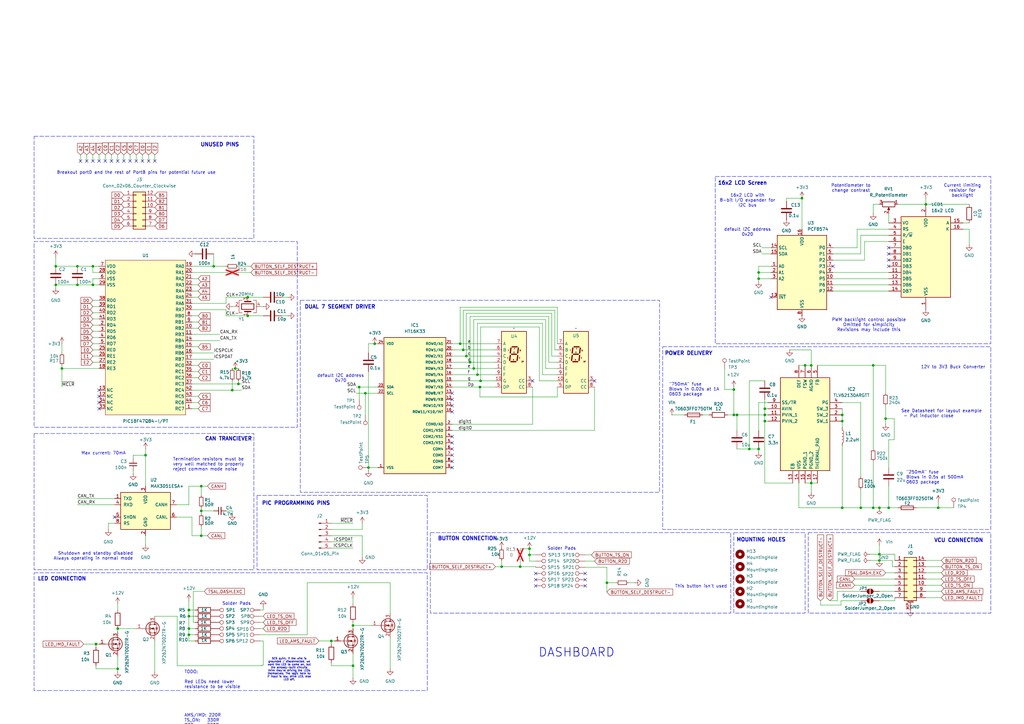
<source format=kicad_sch>
(kicad_sch (version 20231120) (generator "eeschema") (generator_version "8.0")
  (paper "A3")
  (title_block (title "BEST DASHBOARD EVER mk.2"))
  (junction (at 87.63 109.22))
  (junction (at 147.32 158.75))
  (junction (at 31.75 116.84))
  (junction (at 153.67 140.97))
  (junction (at 313.69 167.64))
  (junction (at 97.79 157.48))
  (junction (at 188.722 140.97))
  (junction (at 135.89 262.89))
  (junction (at 205.74 232.41))
  (junction (at 195.834 153.67))
  (junction (at 77.47 250.19))
  (junction (at 345.44 172.72))
  (junction (at 101.6 129.54))
  (junction (at 360.68 208.28))
  (junction (at 25.4 151.13))
  (junction (at 38.1 116.84))
  (junction (at 39.37 264.16))
  (junction (at 59.69 186.69))
  (junction (at 95.25 160.02))
  (junction (at 313.69 172.72))
  (junction (at 189.992 143.51))
  (junction (at 345.44 170.18))
  (junction (at 101.6 121.92))
  (junction (at 197.104 156.21))
  (junction (at 196.85 158.75))
  (junction (at 22.86 116.84))
  (junction (at 311.15 184.15))
  (junction (at 345.44 208.28))
  (junction (at 194.31 151.13))
  (junction (at 82.55 199.39))
  (junction (at 330.2 149.86))
  (junction (at 48.26 257.81))
  (junction (at 379.73 83.82))
  (junction (at 77.47 260.35))
  (junction (at 363.22 171.704))
  (junction (at 144.78 273.05))
  (junction (at 38.1 109.22))
  (junction (at 217.17 225.044))
  (junction (at 364.49 208.28))
  (junction (at 248.92 239.014))
  (junction (at 48.26 274.32))
  (junction (at 191.262 146.05))
  (junction (at 96.52 151.13))
  (junction (at 311.15 114.3))
  (junction (at 328.93 81.28))
  (junction (at 149.86 161.29))
  (junction (at 300.99 170.18))
  (junction (at 311.15 111.76))
  (junction (at 213.36 232.41))
  (junction (at 82.55 219.71))
  (junction (at 360.68 227.33))
  (junction (at 332.74 149.86))
  (junction (at 353.06 208.28))
  (junction (at 384.81 208.28))
  (junction (at 358.14 149.86))
  (junction (at 82.55 209.55))
  (junction (at 360.68 229.87))
  (junction (at 332.74 198.12))
  (junction (at 77.47 252.73))
  (junction (at 313.69 170.18))
  (junction (at 31.75 109.22))
  (junction (at 144.78 256.54))
  (junction (at 22.86 109.22))
  (junction (at 300.99 159.766))
  (junction (at 77.47 257.81))
  (junction (at 192.786 148.59))
  (junction (at 151.13 191.77))
  (junction (at 307.34 184.15))
  (junction (at 217.17 227.584))
  (junction (at 358.14 208.28))
  (junction (at 302.26 170.18))
  (no_connect (at 185.42 161.29))
  (no_connect (at 60.96 66.04))
  (no_connect (at 58.42 66.04))
  (no_connect (at 48.26 66.04))
  (no_connect (at 240.03 235.204))
  (no_connect (at 185.42 186.69))
  (no_connect (at 240.03 237.744))
  (no_connect (at 185.42 181.61))
  (no_connect (at 185.42 189.23))
  (no_connect (at 185.42 179.07))
  (no_connect (at 53.34 66.04))
  (no_connect (at 219.71 237.744))
  (no_connect (at 219.71 240.284))
  (no_connect (at 40.64 160.02))
  (no_connect (at 35.56 66.04))
  (no_connect (at 364.49 104.14))
  (no_connect (at 185.42 191.77))
  (no_connect (at 38.1 66.04))
  (no_connect (at 364.49 106.68))
  (no_connect (at 63.5 66.04))
  (no_connect (at 316.23 121.92))
  (no_connect (at 55.88 66.04))
  (no_connect (at 40.64 66.04))
  (no_connect (at 185.42 166.37))
  (no_connect (at 40.64 165.1))
  (no_connect (at 40.64 162.56))
  (no_connect (at 40.64 167.64))
  (no_connect (at 46.99 212.09))
  (no_connect (at 185.42 163.83))
  (no_connect (at 219.71 235.204))
  (no_connect (at 33.02 66.04))
  (no_connect (at 364.49 109.22))
  (no_connect (at 45.72 66.04))
  (no_connect (at 185.42 168.91))
  (no_connect (at 43.18 66.04))
  (no_connect (at 364.49 101.6))
  (no_connect (at 240.03 240.284))
  (no_connect (at 243.84 156.21))
  (no_connect (at 341.63 109.22))
  (no_connect (at 218.44 156.21))
  (no_connect (at 185.42 184.15))
  (no_connect (at 50.8 66.04))
  (wire (pts (xy 48.26 274.32) (xy 48.26 275.59)))
  (wire (pts (xy 22.86 105.41) (xy 22.86 109.22)))
  (wire (pts (xy 38.1 123.19) (xy 40.64 123.19)))
  (wire (pts (xy 106.68 250.19) (xy 107.95 250.19)))
  (wire (pts (xy 345.44 165.1) (xy 353.06 165.1)))
  (wire (pts (xy 330.2 198.12) (xy 332.74 198.12)))
  (wire (pts (xy 72.39 212.09) (xy 78.74 212.09)))
  (wire (pts (xy 82.55 219.71) (xy 85.09 219.71)))
  (wire (pts (xy 48.26 247.65) (xy 48.26 250.19)))
  (wire (pts (xy 366.776 180.34) (xy 366.776 171.704)))
  (wire (pts (xy 77.47 252.73) (xy 77.47 257.81)))
  (wire (pts (xy 379.73 242.57) (xy 386.08 242.57)))
  (wire (pts (xy 345.44 208.28) (xy 353.06 208.28)))
  (wire (pts (xy 22.86 109.22) (xy 31.75 109.22)))
  (wire (pts (xy 364.49 199.39) (xy 364.49 208.28)))
  (wire (pts (xy 147.32 158.75) (xy 147.32 163.83)))
  (wire (pts (xy 316.23 109.22) (xy 311.15 109.22)))
  (wire (pts (xy 63.5 252.73) (xy 72.644 252.73)))
  (wire (pts (xy 191.262 146.05) (xy 203.2 146.05)))
  (wire (pts (xy 332.74 149.86) (xy 332.74 143.51)))
  (wire (pts (xy 353.06 104.14) (xy 353.06 96.52)))
  (wire (pts (xy 48.26 274.32) (xy 39.37 274.32)))
  (wire (pts (xy 243.84 176.53) (xy 243.84 158.75)))
  (wire (pts (xy 40.64 63.5) (xy 40.64 66.04)))
  (wire (pts (xy 106.68 125.73) (xy 107.95 125.73)))
  (wire (pts (xy 219.71 230.124) (xy 217.17 230.124)))
  (wire (pts (xy 77.47 199.39) (xy 82.55 199.39)))
  (wire (pts (xy 384.81 208.28) (xy 391.16 208.28)))
  (wire (pts (xy 363.22 149.86) (xy 363.22 161.29)))
  (wire (pts (xy 368.3 83.82) (xy 379.73 83.82)))
  (wire (pts (xy 77.47 252.73) (xy 80.01 252.73)))
  (wire (pts (xy 360.68 227.33) (xy 367.03 227.33)))
  (wire (pts (xy 311.15 111.76) (xy 311.15 114.3)))
  (wire (pts (xy 313.69 198.12) (xy 313.69 172.72)))
  (wire (pts (xy 297.18 151.13) (xy 297.18 159.766)))
  (wire (pts (xy 44.45 214.63) (xy 46.99 214.63)))
  (wire (pts (xy 101.6 129.54) (xy 107.95 129.54)))
  (wire (pts (xy 95.25 125.73) (xy 96.52 125.73)))
  (wire (pts (xy 358.14 149.86) (xy 363.22 149.86)))
  (wire (pts (xy 225.044 148.59) (xy 225.044 129.794)))
  (wire (pts (xy 360.68 208.28) (xy 364.49 208.28)))
  (wire (pts (xy 360.68 242.57) (xy 367.03 242.57)))
  (wire (pts (xy 222.504 132.588) (xy 195.834 132.588)))
  (wire (pts (xy 394.97 93.98) (xy 397.51 93.98)))
  (wire (pts (xy 332.74 198.12) (xy 335.28 198.12)))
  (wire (pts (xy 118.11 121.92) (xy 115.57 121.92)))
  (wire (pts (xy 217.17 230.124) (xy 217.17 227.584)))
  (wire (pts (xy 307.34 184.15) (xy 311.15 184.15)))
  (wire (pts (xy 22.86 116.84) (xy 22.86 118.11)))
  (wire (pts (xy 327.66 198.12) (xy 327.66 208.28)))
  (wire (pts (xy 185.42 176.53) (xy 243.84 176.53)))
  (wire (pts (xy 101.6 121.92) (xy 107.95 121.92)))
  (wire (pts (xy 92.71 121.92) (xy 101.6 121.92)))
  (wire (pts (xy 217.17 227.584) (xy 219.71 227.584)))
  (wire (pts (xy 107.95 272.796) (xy 107.95 262.89)))
  (wire (pts (xy 356.87 229.87) (xy 360.68 229.87)))
  (wire (pts (xy 77.47 250.19) (xy 80.01 250.19)))
  (wire (pts (xy 351.536 93.98) (xy 364.49 93.98)))
  (wire (pts (xy 78.74 124.46) (xy 92.71 124.46)))
  (wire (pts (xy 78.74 162.56) (xy 81.28 162.56)))
  (wire (pts (xy 221.234 134.112) (xy 197.104 134.112)))
  (wire (pts (xy 53.34 66.04) (xy 53.34 63.5)))
  (wire (pts (xy 78.74 129.54) (xy 81.28 129.54)))
  (wire (pts (xy 31.75 207.01) (xy 46.99 207.01)))
  (wire (pts (xy 106.68 260.35) (xy 125.984 260.35)))
  (wire (pts (xy 78.74 142.24) (xy 81.28 142.24)))
  (wire (pts (xy 135.89 219.71) (xy 148.59 219.71)))
  (wire (pts (xy 196.85 158.75) (xy 196.85 162.814)))
  (wire (pts (xy 311.15 109.22) (xy 311.15 111.76)))
  (wire (pts (xy 79.248 242.57) (xy 83.566 242.57)))
  (wire (pts (xy 153.67 140.97) (xy 154.94 140.97)))
  (wire (pts (xy 82.55 209.55) (xy 87.63 209.55)))
  (wire (pts (xy 135.89 222.25) (xy 144.78 222.25)))
  (wire (pts (xy 225.044 129.794) (xy 192.786 129.794)))
  (wire (pts (xy 185.42 140.97) (xy 188.722 140.97)))
  (wire (pts (xy 72.644 273.05) (xy 107.442 273.05)))
  (wire (pts (xy 217.17 225.044) (xy 217.17 227.584)))
  (wire (pts (xy 135.89 217.17) (xy 148.59 217.17)))
  (wire (pts (xy 38.1 130.81) (xy 40.64 130.81)))
  (wire (pts (xy 185.42 148.59) (xy 192.786 148.59)))
  (wire (pts (xy 22.86 116.84) (xy 31.75 116.84)))
  (wire (pts (xy 77.47 207.01) (xy 77.47 199.39)))
  (wire (pts (xy 366.014 229.87) (xy 366.014 232.41)))
  (wire (pts (xy 77.47 246.38) (xy 77.47 250.19)))
  (wire (pts (xy 147.32 158.75) (xy 154.94 158.75)))
  (wire (pts (xy 302.26 184.15) (xy 307.34 184.15)))
  (wire (pts (xy 302.26 170.18) (xy 302.26 176.53)))
  (wire (pts (xy 240.03 227.584) (xy 242.57 227.584)))
  (wire (pts (xy 78.74 212.09) (xy 78.74 219.71)))
  (wire (pts (xy 332.74 149.86) (xy 330.2 149.86)))
  (wire (pts (xy 323.85 143.51) (xy 332.74 143.51)))
  (wire (pts (xy 197.104 134.112) (xy 197.104 156.21)))
  (wire (pts (xy 313.69 170.18) (xy 314.96 170.18)))
  (wire (pts (xy 379.73 229.87) (xy 386.08 229.87)))
  (wire (pts (xy 39.37 265.43) (xy 39.37 264.16)))
  (wire (pts (xy 379.73 234.95) (xy 386.08 234.95)))
  (wire (pts (xy 106.68 252.73) (xy 107.95 252.73)))
  (wire (pts (xy 341.63 119.38) (xy 364.49 119.38)))
  (wire (pts (xy 300.99 158.75) (xy 300.99 159.766)))
  (wire (pts (xy 149.86 161.29) (xy 149.86 170.18)))
  (wire (pts (xy 312.42 104.14) (xy 316.23 104.14)))
  (wire (pts (xy 144.78 256.54) (xy 144.78 257.81)))
  (wire (pts (xy 107.442 272.796) (xy 107.95 272.796)))
  (wire (pts (xy 106.68 255.27) (xy 107.95 255.27)))
  (wire (pts (xy 144.78 273.05) (xy 135.89 273.05)))
  (wire (pts (xy 364.49 191.77) (xy 364.49 180.34)))
  (wire (pts (xy 240.03 230.124) (xy 243.84 230.124)))
  (wire (pts (xy 228.6 153.67) (xy 222.504 153.67)))
  (wire (pts (xy 312.42 101.6) (xy 316.23 101.6)))
  (wire (pts (xy 223.774 131.064) (xy 194.31 131.064)))
  (wire (pts (xy 38.1 111.76) (xy 38.1 109.22)))
  (wire (pts (xy 322.58 81.28) (xy 322.58 82.55)))
  (wire (pts (xy 311.15 184.15) (xy 311.15 185.42)))
  (wire (pts (xy 31.75 116.84) (xy 38.1 116.84)))
  (wire (pts (xy 227.584 143.51) (xy 227.584 127.254)))
  (wire (pts (xy 195.834 132.588) (xy 195.834 153.67)))
  (wire (pts (xy 96.52 151.13) (xy 97.79 151.13)))
  (wire (pts (xy 354.584 106.68) (xy 341.63 106.68)))
  (wire (pts (xy 358.14 87.63) (xy 358.14 83.82)))
  (wire (pts (xy 219.71 232.41) (xy 219.71 232.664)))
  (wire (pts (xy 194.31 151.13) (xy 203.2 151.13)))
  (wire (pts (xy 394.97 91.44) (xy 397.51 91.44)))
  (wire (pts (xy 82.55 199.39) (xy 82.55 203.2)))
  (wire (pts (xy 364.49 99.06) (xy 354.584 99.06)))
  (wire (pts (xy 149.86 161.29) (xy 154.94 161.29)))
  (wire (pts (xy 360.68 223.52) (xy 360.68 227.33)))
  (wire (pts (xy 151.13 152.4) (xy 151.13 191.77)))
  (wire (pts (xy 135.89 262.89) (xy 137.16 262.89)))
  (wire (pts (xy 106.68 262.89) (xy 107.95 262.89)))
  (wire (pts (xy 307.34 156.21) (xy 307.34 184.15)))
  (wire (pts (xy 316.23 114.3) (xy 311.15 114.3)))
  (wire (pts (xy 228.6 148.59) (xy 225.044 148.59)))
  (wire (pts (xy 144.78 267.97) (xy 144.78 273.05)))
  (wire (pts (xy 79.248 255.27) (xy 80.01 255.27)))
  (wire (pts (xy 63.5 66.04) (xy 63.5 63.5)))
  (wire (pts (xy 59.69 186.69) (xy 59.69 199.39)))
  (wire (pts (xy 226.314 128.524) (xy 191.262 128.524)))
  (wire (pts (xy 97.79 156.21) (xy 97.79 157.48)))
  (wire (pts (xy 328.93 81.28) (xy 328.93 93.98)))
  (wire (pts (xy 97.79 111.76) (xy 102.87 111.76)))
  (wire (pts (xy 228.6 125.984) (xy 188.722 125.984)))
  (wire (pts (xy 59.69 184.15) (xy 59.69 186.69)))
  (wire (pts (xy 54.61 186.69) (xy 59.69 186.69)))
  (wire (pts (xy 313.69 156.21) (xy 307.34 156.21)))
  (wire (pts (xy 81.28 121.92) (xy 78.74 121.92)))
  (wire (pts (xy 351.536 101.6) (xy 351.536 93.98)))
  (wire (pts (xy 205.74 229.87) (xy 205.74 232.41)))
  (wire (pts (xy 146.05 161.29) (xy 149.86 161.29)))
  (wire (pts (xy 144.78 256.54) (xy 152.4 256.54)))
  (wire (pts (xy 82.55 219.71) (xy 82.55 215.9)))
  (wire (pts (xy 240.03 232.664) (xy 248.92 232.664)))
  (wire (pts (xy 81.28 116.84) (xy 78.74 116.84)))
  (wire (pts (xy 363.22 171.704) (xy 363.22 166.37)))
  (wire (pts (xy 151.13 191.77) (xy 154.94 191.77)))
  (wire (pts (xy 343.408 246.38) (xy 343.408 242.57)))
  (wire (pts (xy 38.1 63.5) (xy 38.1 66.04)))
  (wire (pts (xy 106.68 257.81) (xy 107.95 257.81)))
  (wire (pts (xy 384.81 208.28) (xy 384.81 205.74)))
  (wire (pts (xy 78.74 165.1) (xy 81.28 165.1)))
  (wire (pts (xy 379.73 83.82) (xy 397.51 83.82)))
  (wire (pts (xy 302.26 170.18) (xy 313.69 170.18)))
  (wire (pts (xy 221.234 156.21) (xy 221.234 134.112)))
  (wire (pts (xy 146.05 158.75) (xy 147.32 158.75)))
  (wire (pts (xy 97.79 157.48) (xy 99.06 157.48)))
  (wire (pts (xy 135.89 224.79) (xy 144.78 224.79)))
  (wire (pts (xy 78.74 127) (xy 92.71 127)))
  (wire (pts (xy 196.85 158.75) (xy 203.2 158.75)))
  (wire (pts (xy 78.74 139.7) (xy 90.17 139.7)))
  (wire (pts (xy 364.49 180.34) (xy 366.776 180.34)))
  (wire (pts (xy 144.78 255.27) (xy 144.78 256.54)))
  (wire (pts (xy 336.55 246.38) (xy 336.55 248.158)))
  (wire (pts (xy 228.6 140.97) (xy 228.6 125.984)))
  (wire (pts (xy 367.03 245.11) (xy 367.03 246.38)))
  (wire (pts (xy 40.64 114.3) (xy 38.1 114.3)))
  (wire (pts (xy 227.584 127.254) (xy 189.992 127.254)))
  (wire (pts (xy 107.95 250.19) (xy 107.95 248.92)))
  (wire (pts (xy 228.6 158.75) (xy 228.6 162.814)))
  (wire (pts (xy 78.74 160.02) (xy 95.25 160.02)))
  (wire (pts (xy 192.786 129.794) (xy 192.786 148.59)))
  (wire (pts (xy 97.79 109.22) (xy 102.87 109.22)))
  (wire (pts (xy 313.69 172.72) (xy 314.96 172.72)))
  (wire (pts (xy 95.25 209.55) (xy 95.25 210.82)))
  (wire (pts (xy 92.71 127) (xy 92.71 129.54)))
  (wire (pts (xy 185.42 151.13) (xy 194.31 151.13)))
  (wire (pts (xy 341.63 114.3) (xy 364.49 114.3)))
  (wire (pts (xy 82.55 199.39) (xy 85.09 199.39)))
  (wire (pts (xy 25.4 140.97) (xy 25.4 144.78)))
  (wire (pts (xy 213.36 232.41) (xy 219.71 232.41)))
  (wire (pts (xy 79.248 242.57) (xy 79.248 255.27)))
  (wire (pts (xy 360.68 229.87) (xy 366.014 229.87)))
  (wire (pts (xy 222.504 153.67) (xy 222.504 132.588)))
  (wire (pts (xy 298.45 170.18) (xy 300.99 170.18)))
  (wire (pts (xy 379.73 240.03) (xy 386.08 240.03)))
  (wire (pts (xy 366.014 232.41) (xy 367.03 232.41)))
  (wire (pts (xy 87.63 144.78) (xy 78.74 144.78)))
  (wire (pts (xy 358.14 189.23) (xy 358.14 208.28)))
  (wire (pts (xy 95.25 156.21) (xy 95.25 160.02)))
  (wire (pts (xy 300.99 159.766) (xy 300.99 170.18)))
  (wire (pts (xy 78.74 219.71) (xy 82.55 219.71)))
  (wire (pts (xy 367.03 227.33) (xy 367.03 229.87)))
  (wire (pts (xy 59.69 219.71) (xy 59.69 223.52)))
  (wire (pts (xy 54.61 193.04) (xy 54.61 194.31)))
  (wire (pts (xy 107.442 273.05) (xy 107.442 272.796)))
  (wire (pts (xy 353.06 96.52) (xy 364.49 96.52)))
  (wire (pts (xy 43.18 66.04) (xy 43.18 63.5)))
  (wire (pts (xy 288.29 170.18) (xy 290.83 170.18)))
  (wire (pts (xy 55.88 66.04) (xy 55.88 63.5)))
  (wire (pts (xy 82.55 208.28) (xy 82.55 209.55)))
  (wire (pts (xy 77.47 257.81) (xy 80.01 257.81)))
  (wire (pts (xy 203.2 232.41) (xy 205.74 232.41)))
  (wire (pts (xy 50.8 66.04) (xy 50.8 63.5)))
  (wire (pts (xy 48.26 66.04) (xy 48.26 63.5)))
  (wire (pts (xy 345.44 172.72) (xy 345.44 175.26)))
  (wire (pts (xy 350.52 237.49) (xy 367.03 237.49)))
  (wire (pts (xy 38.1 114.3) (xy 38.1 116.84)))
  (wire (pts (xy 375.92 208.28) (xy 384.81 208.28)))
  (wire (pts (xy 228.6 162.814) (xy 196.85 162.814)))
  (wire (pts (xy 185.42 146.05) (xy 191.262 146.05)))
  (wire (pts (xy 194.31 131.064) (xy 194.31 151.13)))
  (wire (pts (xy 185.42 143.51) (xy 189.992 143.51)))
  (wire (pts (xy 358.14 149.86) (xy 358.14 184.15)))
  (wire (pts (xy 78.74 167.64) (xy 81.28 167.64)))
  (wire (pts (xy 77.47 257.81) (xy 77.47 260.35)))
  (wire (pts (xy 31.75 109.22) (xy 38.1 109.22)))
  (wire (pts (xy 38.1 128.27) (xy 40.64 128.27)))
  (wire (pts (xy 125.984 239.014) (xy 125.984 260.35)))
  (wire (pts (xy 38.1 140.97) (xy 40.64 140.97)))
  (wire (pts (xy 213.36 232.41) (xy 213.36 230.124)))
  (wire (pts (xy 38.1 133.35) (xy 40.64 133.35)))
  (wire (pts (xy 81.28 114.3) (xy 78.74 114.3)))
  (wire (pts (xy 379.73 237.49) (xy 386.08 237.49)))
  (wire (pts (xy 54.61 187.96) (xy 54.61 186.69)))
  (wire (pts (xy 228.6 143.51) (xy 227.584 143.51)))
  (wire (pts (xy 48.26 257.81) (xy 48.26 259.08)))
  (wire (pts (xy 356.87 227.33) (xy 360.68 227.33)))
  (wire (pts (xy 341.63 116.84) (xy 364.49 116.84)))
  (wire (pts (xy 345.44 170.18) (xy 345.44 172.72)))
  (wire (pts (xy 314.96 165.1) (xy 311.15 165.1)))
  (wire (pts (xy 40.64 111.76) (xy 38.1 111.76)))
  (wire (pts (xy 81.28 119.38) (xy 78.74 119.38)))
  (wire (pts (xy 92.71 129.54) (xy 101.6 129.54)))
  (wire (pts (xy 330.2 149.86) (xy 327.66 149.86)))
  (wire (pts (xy 135.89 214.63) (xy 144.78 214.63)))
  (wire (pts (xy 213.36 225.044) (xy 217.17 225.044)))
  (wire (pts (xy 248.92 239.014) (xy 252.73 239.014)))
  (wire (pts (xy 45.72 66.04) (xy 45.72 63.5)))
  (wire (pts (xy 228.6 156.21) (xy 221.234 156.21)))
  (wire (pts (xy 38.1 143.51) (xy 40.64 143.51)))
  (wire (pts (xy 31.75 204.47) (xy 46.99 204.47)))
  (wire (pts (xy 364.49 87.63) (xy 364.49 91.44)))
  (wire (pts (xy 151.13 140.97) (xy 153.67 140.97)))
  (wire (pts (xy 353.06 208.28) (xy 358.14 208.28)))
  (wire (pts (xy 144.78 273.05) (xy 144.78 278.13)))
  (wire (pts (xy 39.37 264.16) (xy 40.64 264.16)))
  (wire (pts (xy 48.26 257.81) (xy 55.88 257.81)))
  (wire (pts (xy 160.02 261.62) (xy 160.02 274.32)))
  (wire (pts (xy 363.22 173.99) (xy 363.22 171.704)))
  (wire (pts (xy 77.47 262.89) (xy 80.01 262.89)))
  (wire (pts (xy 34.29 264.16) (xy 39.37 264.16)))
  (wire (pts (xy 185.42 153.67) (xy 195.834 153.67)))
  (wire (pts (xy 379.73 232.41) (xy 386.08 232.41)))
  (wire (pts (xy 92.71 209.55) (xy 95.25 209.55)))
  (wire (pts (xy 353.06 165.1) (xy 353.06 195.58)))
  (wire (pts (xy 366.776 171.704) (xy 363.22 171.704)))
  (wire (pts (xy 148.59 219.71) (xy 148.59 228.6)))
  (wire (pts (xy 188.722 140.97) (xy 203.2 140.97)))
  (wire (pts (xy 360.68 246.38) (xy 367.03 246.38)))
  (wire (pts (xy 78.74 111.76) (xy 92.71 111.76)))
  (wire (pts (xy 38.1 125.73) (xy 40.64 125.73)))
  (wire (pts (xy 151.13 191.77) (xy 151.13 193.04)))
  (wire (pts (xy 189.992 143.51) (xy 203.2 143.51)))
  (wire (pts (xy 87.63 109.22) (xy 92.71 109.22)))
  (wire (pts (xy 223.774 151.13) (xy 223.774 131.064)))
  (wire (pts (xy 38.1 138.43) (xy 40.64 138.43)))
  (wire (pts (xy 228.6 146.05) (xy 226.314 146.05)))
  (wire (pts (xy 185.42 158.75) (xy 196.85 158.75)))
  (wire (pts (xy 311.15 111.76) (xy 316.23 111.76)))
  (wire (pts (xy 300.99 170.18) (xy 302.26 170.18)))
  (wire (pts (xy 189.992 127.254) (xy 189.992 143.51)))
  (wire (pts (xy 397.51 93.98) (xy 397.51 100.33)))
  (wire (pts (xy 87.63 104.14) (xy 87.63 109.22)))
  (wire (pts (xy 364.49 208.28) (xy 368.3 208.28)))
  (wire (pts (xy 82.55 209.55) (xy 82.55 210.82)))
  (wire (pts (xy 185.42 156.21) (xy 197.104 156.21)))
  (wire (pts (xy 257.81 239.014) (xy 260.35 239.014)))
  (wire (pts (xy 38.1 148.59) (xy 40.64 148.59)))
  (wire (pts (xy 197.104 156.21) (xy 203.2 156.21)))
  (wire (pts (xy 151.13 140.97) (xy 151.13 144.78)))
  (wire (pts (xy 78.74 109.22) (xy 87.63 109.22)))
  (wire (pts (xy 350.52 240.03) (xy 367.03 240.03)))
  (wire (pts (xy 275.59 170.18) (xy 280.67 170.18)))
  (wire (pts (xy 354.584 99.06) (xy 354.584 106.68)))
  (wire (pts (xy 25.4 151.13) (xy 25.4 149.86)))
  (wire (pts (xy 379.73 81.28) (xy 379.73 83.82)))
  (wire (pts (xy 336.55 248.158) (xy 344.932 248.158)))
  (wire (pts (xy 135.89 273.05) (xy 135.89 271.78)))
  (wire (pts (xy 44.45 217.17) (xy 44.45 214.63)))
  (wire (pts (xy 77.47 250.19) (xy 77.47 252.73)))
  (wire (pts (xy 77.47 260.35) (xy 77.47 262.89)))
  (wire (pts (xy 25.4 151.13) (xy 25.4 158.75)))
  (wire (pts (xy 363.22 234.95) (xy 367.03 234.95)))
  (wire (pts (xy 95.25 160.02) (xy 99.06 160.02)))
  (wire (pts (xy 77.47 260.35) (xy 80.01 260.35)))
  (wire (pts (xy 160.02 239.014) (xy 125.984 239.014)))
  (wire (pts (xy 185.42 173.99) (xy 218.44 173.99)))
  (wire (pts (xy 228.6 151.13) (xy 223.774 151.13)))
  (wire (pts (xy 160.02 251.46) (xy 160.02 239.014)))
  (wire (pts (xy 344.932 248.158) (xy 344.932 246.38)))
  (wire (pts (xy 78.74 152.4) (xy 81.28 152.4)))
  (wire (pts (xy 78.74 137.16) (xy 90.17 137.16)))
  (wire (pts (xy 341.63 101.6) (xy 351.536 101.6)))
  (wire (pts (xy 313.69 167.64) (xy 314.96 167.64)))
  (wire (pts (xy 33.02 63.5) (xy 33.02 66.04)))
  (wire (pts (xy 325.12 198.12) (xy 313.69 198.12)))
  (wire (pts (xy 78.74 154.94) (xy 81.28 154.94)))
  (wire (pts (xy 39.37 274.32) (xy 39.37 273.05)))
  (wire (pts (xy 313.69 163.83) (xy 313.69 167.64)))
  (wire (pts (xy 344.932 246.38) (xy 353.06 246.38)))
  (wire (pts (xy 322.58 81.28) (xy 328.93 81.28)))
  (wire (pts (xy 188.722 125.984) (xy 188.722 140.97)))
  (wire (pts (xy 205.74 232.41) (xy 213.36 232.41)))
  (wire (pts (xy 48.26 269.24) (xy 48.26 274.32)))
  (wire (pts (xy 335.28 149.86) (xy 358.14 149.86)))
  (wire (pts (xy 345.44 182.88) (xy 345.44 208.28)))
  (wire (pts (xy 60.96 66.04) (xy 60.96 63.5)))
  (wire (pts (xy 297.18 159.766) (xy 300.99 159.766)))
  (wire (pts (xy 38.1 109.22) (xy 40.64 109.22)))
  (wire (pts (xy 38.1 135.89) (xy 40.64 135.89)))
  (wire (pts (xy 358.14 208.28) (xy 360.68 208.28)))
  (wire (pts (xy 340.36 246.38) (xy 343.408 246.38)))
  (wire (pts (xy 332.74 198.12) (xy 332.74 201.93)))
  (wire (pts (xy 327.66 208.28) (xy 345.44 208.28)))
  (wire (pts (xy 78.74 132.08) (xy 81.28 132.08)))
  (wire (pts (xy 58.42 66.04) (xy 58.42 63.5)))
  (wire (pts (xy 72.39 207.01) (xy 77.47 207.01)))
  (wire (pts (xy 78.74 149.86) (xy 81.28 149.86)))
  (wire (pts (xy 358.14 83.82) (xy 360.68 83.82)))
  (wire (pts (xy 78.74 157.48) (xy 97.79 157.48)))
  (wire (pts (xy 195.834 153.67) (xy 203.2 153.67)))
  (wire (pts (xy 226.314 146.05) (xy 226.314 128.524)))
  (wire (pts (xy 92.71 121.92) (xy 92.71 124.46)))
  (wire (pts (xy 313.69 172.72) (xy 313.69 170.18)))
  (wire (pts (xy 341.63 104.14) (xy 353.06 104.14)))
  (wire (pts (xy 38.1 146.05) (xy 40.64 146.05)))
  (wire (pts (xy 135.89 264.16) (xy 135.89 262.89)))
  (wire (pts (xy 345.44 167.64) (xy 345.44 170.18)))
  (wire (pts (xy 379.73 245.11) (xy 386.08 245.11)))
  (wire (pts (xy 38.1 116.84) (xy 40.64 116.84)))
  (wire (pts (xy 95.25 151.13) (xy 96.52 151.13)))
  (wire (pts (xy 63.5 262.89) (xy 63.5 275.59)))
  (wire (pts (xy 35.56 63.5) (xy 35.56 66.04)))
  (wire (pts (xy 78.74 134.62) (xy 81.28 134.62)))
  (wire (pts (xy 192.786 148.59) (xy 203.2 148.59)))
  (wire (pts (xy 343.408 242.57) (xy 353.06 242.57)))
  (wire (pts (xy 311.15 114.3) (xy 311.15 115.57)))
  (wire (pts (xy 72.644 252.73) (xy 72.644 273.05)))
  (wire (pts (xy 313.69 170.18) (xy 313.69 167.64)))
  (wire (pts (xy 148.59 214.63) (xy 148.59 217.17)))
  (wire (pts (xy 144.78 245.11) (xy 144.78 247.65)))
  (wire (pts (xy 341.63 111.76) (xy 364.49 111.76)))
  (wire (pts (xy 40.64 151.13) (xy 25.4 151.13)))
  (wire (pts (xy 353.06 200.66) (xy 353.06 208.28)))
  (wire (pts (xy 78.74 147.32) (xy 87.63 147.32)))
  (wire (pts (xy 248.92 242.824) (xy 248.92 239.014)))
  (wire (pts (xy 311.15 165.1) (xy 311.15 176.53)))
  (wire (pts (xy 130.81 262.89) (xy 135.89 262.89)))
  (wire (pts (xy 218.44 173.99) (xy 218.44 158.75)))
  (wire (pts (xy 248.92 232.664) (xy 248.92 239.014)))
  (wire (pts (xy 191.262 128.524) (xy 191.262 146.05)))
  (wire (pts (xy 118.11 129.54) (xy 115.57 129.54)))
  (rectangle (start 13.97 177.8) (end 104.14 233.68) (stroke (width 0) (type dash)))
  (rectangle (start 300.99 218.44) (end 330.2 251.46) (stroke (width 0) (type dash)))
  (rectangle (start 105.41 203.2) (end 175.26 233.68) (stroke (width 0) (type dash)))
  (rectangle (start 13.97 234.95) (end 175.26 283.21) (stroke (width 0) (type dash)))
  (rectangle (start 123.19 123.19) (end 270.51 201.93) (stroke (width 0) (type dash)))
  (rectangle (start 331.47 218.44) (end 406.4 251.46) (stroke (width 0) (type dash)))
  (rectangle (start 176.53 218.44) (end 299.72 251.46) (stroke (width 0) (type dash)))
  (rectangle (start 13.97 55.88) (end 104.14 97.79) (stroke (width 0) (type dash)))
  (rectangle (start 293.37 72.39) (end 406.4 140.97) (stroke (width 0) (type dash)))
  (rectangle (start 13.97 99.06) (end 121.92 175.26) (stroke (width 0) (type dash)))
  (rectangle (start 271.78 142.24) (end 406.4 217.17) (stroke (width 0) (type dash)))
  (text "Solder Pads" (at 230.378 225.044 0) (effects (font (size 1.27 1.27))))
  (text "default I2C address\n0x20" (at 306.578 95.25 0) (effects (font (size 1.27 1.27))))
  (text "LED CONNECTION" (at 25.4 237.49 0) (effects (font (size 1.524 1.524) (thickness 0.3048) (bold yes))))
  (text "TODO:\n\nRed LEDs need lower\nresistance to be visible" (at 75.565 274.955 0) (effects (font (size 1.27 1.27)) (justify left top)))
  (text "SCS quirk. If the wire is\ngrounded / disconnected, we\nwant the LED to come on, but\nthe already-built circuits\nthink they're driving the LEDs\nthemselves. The logic here is:\nIf input is low, drive LED, else\nLED off." (at 118.618 274.574 0) (effects (font (size 0.762 0.762))))
  (text "MOUNTING HOLES" (at 312.166 221.488 0) (effects (font (size 1.524 1.524) (thickness 0.3048) (bold yes))))
  (text "CAN TRANCIEVER" (at 93.726 180.086 0) (effects (font (size 1.524 1.524) (thickness 0.3048) (bold yes))))
  (text "Current limiting\nresistor for\nbacklight" (at 394.716 78.232 0) (effects (font (size 1.27 1.27))))
  (text "\"750mA\" fuse\nBlows in 0.02s at 1A\n0603 package" (at 274.32 162.56 0) (effects (font (size 1.27 1.27)) (justify left bottom)))
  (text "AMS/IMD: 220R\nTS_ON:   330R\nR2D:     220R" (at 75.565 292.735 0) (effects (font (size 1.27 1.27)) (justify left top)))
  (text "VCU CONNECTION" (at 393.192 221.742 0) (effects (font (size 1.524 1.524) (thickness 0.3048) (bold yes))))
  (text "PWM backlight control possible\nOmitted for simplicity\nRevisions may include this" (at 356.362 133.35 0) (effects (font (size 1.27 1.27))))
  (text "\"250mA\" fuse\nBlows in 0.5s at 500mA\n0603 package" (at 371.602 198.628 0) (effects (font (size 1.27 1.27)) (justify left bottom)))
  (text "default I2C address\n0x70" (at 139.7 155.194 0) (effects (font (size 1.27 1.27))))
  (text "DUAL 7 SEGMENT DRIVER" (at 139.446 125.984 0) (effects (font (size 1.524 1.524) (thickness 0.3048) (bold yes))))
  (text "POWER DELIVERY" (at 282.448 145.034 0) (effects (font (size 1.524 1.524) (thickness 0.3048) (bold yes))))
  (text "Breakout portD and the rest of PortB pins for potential future use" (at 55.88 70.866 0) (effects (font (size 1.27 1.27))))
  (text "12V to 3V3 Buck Converter" (at 390.906 151.384 0) (effects (font (size 1.27 1.27)) (justify bottom)))
  (text "16x2 LCD with\n8-bit I/O expander for\nI2C bus" (at 306.578 82.296 0) (effects (font (size 1.27 1.27))))
  (text "BUTTON CONNECTION" (at 191.77 220.98 0) (effects (font (size 1.524 1.524) (thickness 0.3048) (bold yes))))
  (text "This button isn't used" (at 287.528 240.538 0) (effects (font (size 1.27 1.27))))
  (text "PIC PROGRAMMING PINS" (at 121.412 206.502 0) (effects (font (size 1.524 1.524) (thickness 0.3048) (bold yes))))
  (text "UNUSED PINS" (at 90.17 59.436 0) (effects (font (size 1.524 1.524) (thickness 0.3048) (bold yes))))
  (text "Solder Pads" (at 97.028 247.65 0) (effects (font (size 1.27 1.27))))
  (text "Shutdown and standby disabled\nAlways operating in normal mode" (at 54.61 229.87 0) (effects (font (size 1.27 1.27)) (justify right bottom)))
  (text "Potentiometer to\nchange contrast" (at 348.996 77.216 0) (effects (font (size 1.27 1.27))))
  (text "See Datasheet for layout example\n - Put inductor close\n" (at 369.57 171.45 0) (effects (font (size 1.27 1.27)) (justify left bottom)))
  (text "16x2 LCD Screen\n" (at 304.546 75.184 0) (effects (font (size 1.524 1.524) (thickness 0.3048) (bold yes))))
  (text "Termination resistors must be \nvery well matched to properly \nreject common mode noise" (at 70.866 193.294 0) (effects (font (size 1.27 1.27)) (justify left bottom)))
  (text "DASHBOARD" (at 236.474 267.716 0) (effects (font (size 3.556 3.556) (thickness 0.254) (bold yes))))
  (text "Max current: 70mA" (at 33.274 186.69 0) (effects (font (size 1.27 1.27)) (justify left bottom)))
  (label "CAN_TX" (at 90.17 139.7 0))
  (label "digit0" (at 187.96 176.53 0))
  (label "CLK-" (at 92.71 129.54 0))
  (label "c" (at 191.77 146.05 0))
  (label "CAN_TX" (at 31.75 204.47 0))
  (label "SDA" (at 312.42 104.14 180))
  (label "CAN_RX" (at 90.17 137.16 0))
  (label "SDA" (at 146.05 158.75 180))
  (label "SCL" (at 99.06 157.48 0))
  (label "CLK+" (at 92.71 121.92 0))
  (label "ICSPCLK" (at 144.78 224.79 180))
  (label "SDA" (at 99.06 160.02 0))
  (label "ICSPDAT" (at 87.63 147.32 0))
  (label "a" (at 191.77 140.97 0))
  (label "SCL" (at 146.05 161.29 180))
  (label "g" (at 191.77 156.21 0))
  (label "CAN_RX" (at 31.75 207.01 0))
  (label "b" (at 191.77 143.51 0))
  (label "ICSPDAT" (at 144.78 222.25 180))
  (label "e" (at 191.77 151.13 0))
  (label "digit1" (at 187.96 173.99 0))
  (label "Dp" (at 191.77 158.75 0))
  (label "ICSPCLK" (at 87.63 144.78 0))
  (label "SCL" (at 312.42 101.6 180))
  (label "d" (at 191.77 148.59 0))
  (label "~{MCLR}" (at 25.4 158.75 0))
  (label "f" (at 191.77 153.67 0))
  (label "~{MCLR}" (at 144.78 214.63 180))
  (global_label "D7" (shape input) (at 63.5 90.17 0) (property "Intersheetrefs" "${INTERSHEET_REFS}" (effects (hide yes))))
  (global_label "D3" (shape input) (at 50.8 87.63 180) (property "Intersheetrefs" "${INTERSHEET_REFS}" (effects (hide yes))))
  (global_label "C0" (shape input) (at 43.18 63.5 90) (property "Intersheetrefs" "${INTERSHEET_REFS}" (effects (hide yes))))
  (global_label "LED_IMD_FAULT" (shape input) (at 386.08 245.11 0) (property "Intersheetrefs" "${INTERSHEET_REFS}" (effects (hide yes))))
  (global_label "D6" (shape input) (at 38.1 138.43 180) (property "Intersheetrefs" "${INTERSHEET_REFS}" (effects (hide yes))))
  (global_label "TSAL.DASH.EXC" (shape input) (at 363.22 234.95 180) (property "Intersheetrefs" "${INTERSHEET_REFS}" (effects (hide yes))))
  (global_label "BUTTON_R2D" (shape input) (at 243.84 230.124 0) (property "Intersheetrefs" "${INTERSHEET_REFS}" (effects (hide yes))))
  (global_label "BUTTON_SELF_DESTRUCT-" (shape input) (at 336.55 246.38 90) (property "Intersheetrefs" "${INTERSHEET_REFS}" (effects (hide yes))))
  (global_label "B5" (shape input) (at 63.5 80.01 0) (property "Intersheetrefs" "${INTERSHEET_REFS}" (effects (hide yes))))
  (global_label "C7" (shape input) (at 55.88 63.5 90) (property "Intersheetrefs" "${INTERSHEET_REFS}" (effects (hide yes))))
  (global_label "CANH" (shape input) (at 85.09 199.39 0) (property "Intersheetrefs" "${INTERSHEET_REFS}" (effects (hide yes))))
  (global_label "C6" (shape input) (at 53.34 63.5 90) (property "Intersheetrefs" "${INTERSHEET_REFS}" (effects (hide yes))))
  (global_label "BUTTON_R2D" (shape input) (at 386.08 229.87 0) (property "Intersheetrefs" "${INTERSHEET_REFS}" (effects (hide yes))))
  (global_label "C2" (shape input) (at 48.26 63.5 90) (property "Intersheetrefs" "${INTERSHEET_REFS}" (effects (hide yes))))
  (global_label "E2" (shape input) (at 38.1 148.59 180) (property "Intersheetrefs" "${INTERSHEET_REFS}" (effects (hide yes))))
  (global_label "BUTTON_SELF_DESTRUCT-" (shape input) (at 248.92 242.824 0) (property "Intersheetrefs" "${INTERSHEET_REFS}" (effects (hide yes))))
  (global_label "CANL" (shape input) (at 350.52 237.49 180) (property "Intersheetrefs" "${INTERSHEET_REFS}" (effects (hide yes))))
  (global_label "LED_AMS_FAULT" (shape input) (at 386.08 242.57 0) (property "Intersheetrefs" "${INTERSHEET_REFS}" (effects (hide yes))))
  (global_label "LED_TS_OFF" (shape input) (at 386.08 237.49 0) (property "Intersheetrefs" "${INTERSHEET_REFS}" (effects (hide yes))))
  (global_label "A5" (shape input) (at 40.64 63.5 90) (property "Intersheetrefs" "${INTERSHEET_REFS}" (effects (hide yes))))
  (global_label "A3" (shape input) (at 81.28 116.84 0) (property "Intersheetrefs" "${INTERSHEET_REFS}" (effects (hide yes))))
  (global_label "BUTTON_SELF_DESTRUCT+" (shape input) (at 102.87 109.22 0) (property "Intersheetrefs" "${INTERSHEET_REFS}" (effects (hide yes))))
  (global_label "B0" (shape input) (at 63.5 87.63 0) (property "Intersheetrefs" "${INTERSHEET_REFS}" (effects (hide yes))))
  (global_label "C0" (shape input) (at 81.28 149.86 0) (property "Intersheetrefs" "${INTERSHEET_REFS}" (effects (hide yes))))
  (global_label "C6" (shape input) (at 81.28 165.1 0) (property "Intersheetrefs" "${INTERSHEET_REFS}" (effects (hide yes))))
  (global_label "BUTTON_SELF_DESTRUCT-" (shape input) (at 102.87 111.76 0) (property "Intersheetrefs" "${INTERSHEET_REFS}" (effects (hide yes))))
  (global_label "D3" (shape input) (at 38.1 130.81 180) (property "Intersheetrefs" "${INTERSHEET_REFS}" (effects (hide yes))))
  (global_label "BUTTON_TS_ON" (shape input) (at 242.57 227.584 0) (property "Intersheetrefs" "${INTERSHEET_REFS}" (effects (hide yes))))
  (global_label "A4" (shape input) (at 38.1 63.5 90) (property "Intersheetrefs" "${INTERSHEET_REFS}" (effects (hide yes))))
  (global_label "B0" (shape input) (at 81.28 129.54 0) (property "Intersheetrefs" "${INTERSHEET_REFS}" (effects (hide yes))))
  (global_label "C1" (shape input) (at 45.72 63.5 90) (property "Intersheetrefs" "${INTERSHEET_REFS}" (effects (hide yes))))
  (global_label "C7" (shape input) (at 81.28 167.64 0) (property "Intersheetrefs" "${INTERSHEET_REFS}" (effects (hide yes))))
  (global_label "B2" (shape input) (at 81.28 134.62 0) (property "Intersheetrefs" "${INTERSHEET_REFS}" (effects (hide yes))))
  (global_label "LED_R2D" (shape input) (at 107.95 257.81 0) (property "Intersheetrefs" "${INTERSHEET_REFS}" (effects (hide yes))))
  (global_label "D2" (shape input) (at 50.8 85.09 180) (property "Intersheetrefs" "${INTERSHEET_REFS}" (effects (hide yes))))
  (global_label "LED_TS_OFF" (shape input) (at 107.95 255.27 0) (property "Intersheetrefs" "${INTERSHEET_REFS}" (effects (hide yes))))
  (global_label "B5" (shape input) (at 81.28 142.24 0) (property "Intersheetrefs" "${INTERSHEET_REFS}" (effects (hide yes))))
  (global_label "LED_TS_ON" (shape input) (at 107.95 252.73 0) (property "Intersheetrefs" "${INTERSHEET_REFS}" (effects (hide yes))))
  (global_label "D2" (shape input) (at 38.1 128.27 180) (property "Intersheetrefs" "${INTERSHEET_REFS}" (effects (hide yes))))
  (global_label "E0" (shape input) (at 58.42 63.5 90) (property "Intersheetrefs" "${INTERSHEET_REFS}" (effects (hide yes))))
  (global_label "D1" (shape input) (at 38.1 125.73 180) (property "Intersheetrefs" "${INTERSHEET_REFS}" (effects (hide yes))))
  (global_label "A5" (shape input) (at 81.28 121.92 0) (property "Intersheetrefs" "${INTERSHEET_REFS}" (effects (hide yes))))
  (global_label "D4" (shape input) (at 50.8 90.17 180) (property "Intersheetrefs" "${INTERSHEET_REFS}" (effects (hide yes))))
  (global_label "C1" (shape input) (at 81.28 152.4 0) (property "Intersheetrefs" "${INTERSHEET_REFS}" (effects (hide yes))))
  (global_label "LED_R2D" (shape input) (at 386.08 234.95 0) (property "Intersheetrefs" "${INTERSHEET_REFS}" (effects (hide yes))))
  (global_label "B1" (shape input) (at 63.5 85.09 0) (property "Intersheetrefs" "${INTERSHEET_REFS}" (effects (hide yes))))
  (global_label "D7" (shape input) (at 38.1 140.97 180) (property "Intersheetrefs" "${INTERSHEET_REFS}" (effects (hide yes))))
  (global_label "BUTTON_SELF_DESTRUCT+" (shape input) (at 340.36 246.38 90) (property "Intersheetrefs" "${INTERSHEET_REFS}" (effects (hide yes))))
  (global_label "C5" (shape input) (at 81.28 162.56 0) (property "Intersheetrefs" "${INTERSHEET_REFS}" (effects (hide yes))))
  (global_label "LED_AMS_FAULT" (shape input) (at 130.81 262.89 180) (property "Intersheetrefs" "${INTERSHEET_REFS}" (effects (hide yes))))
  (global_label "E1" (shape input) (at 60.96 63.5 90) (property "Intersheetrefs" "${INTERSHEET_REFS}" (effects (hide yes))))
  (global_label "D1" (shape input) (at 50.8 82.55 180) (property "Intersheetrefs" "${INTERSHEET_REFS}" (effects (hide yes))))
  (global_label "D5" (shape input) (at 38.1 135.89 180) (property "Intersheetrefs" "${INTERSHEET_REFS}" (effects (hide yes))))
  (global_label "B1" (shape input) (at 81.28 132.08 0) (property "Intersheetrefs" "${INTERSHEET_REFS}" (effects (hide yes))))
  (global_label "D0" (shape input) (at 50.8 80.01 180) (property "Intersheetrefs" "${INTERSHEET_REFS}" (effects (hide yes))))
  (global_label "CANH" (shape input) (at 350.52 240.03 180) (property "Intersheetrefs" "${INTERSHEET_REFS}" (effects (hide yes))))
  (global_label "BUTTON_SELF_DESTRUCT+" (shape input) (at 203.2 232.41 180) (property "Intersheetrefs" "${INTERSHEET_REFS}" (effects (hide yes))))
  (global_label "LED_TS_ON" (shape input) (at 386.08 240.03 0) (property "Intersheetrefs" "${INTERSHEET_REFS}" (effects (hide yes))))
  (global_label "LED_IMD_FAULT" (shape input) (at 34.29 264.16 180) (property "Intersheetrefs" "${INTERSHEET_REFS}" (effects (hide yes))))
  (global_label "E1" (shape input) (at 38.1 146.05 180) (property "Intersheetrefs" "${INTERSHEET_REFS}" (effects (hide yes))))
  (global_label "D5" (shape input) (at 50.8 92.71 180) (property "Intersheetrefs" "${INTERSHEET_REFS}" (effects (hide yes))))
  (global_label "D4" (shape input) (at 38.1 133.35 180) (property "Intersheetrefs" "${INTERSHEET_REFS}" (effects (hide yes))))
  (global_label "B2" (shape input) (at 63.5 82.55 0) (property "Intersheetrefs" "${INTERSHEET_REFS}" (effects (hide yes))))
  (global_label "BUTTON_TS_ON" (shape input) (at 386.08 232.41 0) (property "Intersheetrefs" "${INTERSHEET_REFS}" (effects (hide yes))))
  (global_label "E2" (shape input) (at 63.5 63.5 90) (property "Intersheetrefs" "${INTERSHEET_REFS}" (effects (hide yes))))
  (global_label "A3" (shape input) (at 35.56 63.5 90) (property "Intersheetrefs" "${INTERSHEET_REFS}" (effects (hide yes))))
  (global_label "A4" (shape input) (at 81.28 119.38 0) (property "Intersheetrefs" "${INTERSHEET_REFS}" (effects (hide yes))))
  (global_label "D0" (shape input) (at 38.1 123.19 180) (property "Intersheetrefs" "${INTERSHEET_REFS}" (effects (hide yes))))
  (global_label "C5" (shape input) (at 50.8 63.5 90) (property "Intersheetrefs" "${INTERSHEET_REFS}" (effects (hide yes))))
  (global_label "D6" (shape input) (at 63.5 92.71 0) (property "Intersheetrefs" "${INTERSHEET_REFS}" (effects (hide yes))))
  (global_label "CANL" (shape input) (at 85.09 219.71 0) (property "Intersheetrefs" "${INTERSHEET_REFS}" (effects (hide yes))))
  (global_label "TSAL.DASH.EXC" (shape input) (at 83.82 242.57 0) (property "Intersheetrefs" "${INTERSHEET_REFS}" (effects (hide yes))))
  (global_label "E0" (shape input) (at 38.1 143.51 180) (property "Intersheetrefs" "${INTERSHEET_REFS}" (effects (hide yes))))
  (global_label "A2" (shape input) (at 81.28 114.3 0) (property "Intersheetrefs" "${INTERSHEET_REFS}" (effects (hide yes))))
  (global_label "A2" (shape input) (at 33.02 63.5 90) (property "Intersheetrefs" "${INTERSHEET_REFS}" (effects (hide yes))))
  (global_label "C2" (shape input) (at 81.28 154.94 0) (property "Intersheetrefs" "${INTERSHEET_REFS}" (effects (hide yes))))
  (symbol (lib_id "power:GND") (at 379.73 127 0) (unit 1)
    (property "Reference" "#PWR018" (effects (hide yes)))
    (property "Value" "GND" (at 379.73 131.445 0))
  )
  (symbol (lib_id "Device:R_Small") (at 363.22 163.83 180) (unit 1)
    (property "Reference" "R23" (at 364.49 163.195 0) (effects (justify right)))
    (property "Value" "240k" (at 364.49 165.1 0) (effects (justify right)))
    (property "Footprint" "Resistor_SMD:R_0805_2012Metric_Pad1.20x1.40mm_HandSolder" (effects (hide yes)))
    (property "Datasheet" "https://www.mouser.co.uk/datasheet/2/427/dcrcwife3-1761849.pdf" (effects (hide yes)))
    (property "Optional" "True" (effects (hide yes)))
    (property "Supplier" "Mouser" (effects (hide yes)))
  )
  (symbol (lib_id "Connector:TestPoint") (at 87.63 255.27 270) (unit 1)
    (property "Reference" "SP3" (at 92.456 255.27 90) (effects (justify left)))
    (property "Value" "Solder Pad" (effects (hide yes)))
    (property "Footprint" "TestPoint:TestPoint_Pad_D2.0mm" (effects (hide yes)))
    (property "Description" "test point" (effects (hide yes)))
  )
  (symbol (lib_id "power:GND") (at 22.86 118.11 0) (unit 1)
    (property "Reference" "#PWR02" (effects (hide yes)))
    (property "Value" "GND" (at 22.86 123.19 0))
    (property "Description" "Power symbol creates a global label with name \"GND\" , ground" (effects (hide yes)))
  )
  (symbol (lib_id "Device:Fuse") (at 284.48 170.18 90) (unit 1)
    (property "Reference" "F1" (at 284.226 172.974 90))
    (property "Value" "T0603FF0750TM" (at 284.48 167.64 90))
    (property "Footprint" "Fuse:Fuse_0603_1608Metric_Pad1.05x0.95mm_HandSolder" (effects (hide yes)))
  )
  (symbol (lib_id "Connector:TestPoint") (at 106.68 260.35 90) (unit 1)
    (property "Reference" "SP11" (at 102.108 260.35 90) (effects (justify left)))
    (property "Value" "Solder Pad" (effects (hide yes)))
    (property "Footprint" "TestPoint:TestPoint_Pad_D2.0mm" (effects (hide yes)))
    (property "Description" "test point" (effects (hide yes)))
  )
  (symbol (lib_name "PWR_FLAG_1") (lib_id "power:PWR_FLAG") (at 360.68 208.28 180) (unit 1)
    (property "Reference" "#FLG02" (effects (hide yes)))
    (property "Value" "PWR_FLAG" (at 360.68 213.36 0))
    (property "Description" "Special symbol for telling ERC where power comes from" (effects (hide yes)))
  )
  (symbol (lib_id "Device:R") (at 144.78 251.46 0) (unit 1)
    (property "Reference" "R12" (at 142.24 250.1899 0) (effects (justify right)))
    (property "Value" "10k" (at 142.24 252.7299 0) (effects (justify right)))
    (property "Footprint" "Resistor_SMD:R_0805_2012Metric_Pad1.20x1.40mm_HandSolder" (effects (hide yes)))
    (property "Description" "Resistor" (effects (hide yes)))
  )
  (symbol (lib_id "power:+12V") (at 217.17 225.044 0) (unit 1)
    (property "Reference" "#PWR024" (effects (hide yes)))
    (property "Value" "+12V" (at 217.17 220.599 0))
    (property "Description" "Power symbol creates a global label with name \"+12V\"" (effects (hide yes)))
  )
  (symbol (lib_id "power:GND") (at 397.51 100.33 0) (unit 1)
    (property "Reference" "#PWR029" (effects (hide yes)))
    (property "Value" "GND" (at 397.51 104.775 0))
  )
  (symbol (lib_id "SUFST:Generic_7_segment") (at 236.22 152.4 0) (unit 1)
    (property "Reference" "U5" (at 236.22 137.668 0))
    (property "Value" "~" (at 236.22 134.62 0))
    (property "Footprint" "sufst-lib:Generic 7 seg 20mmx27.7mm" (effects (hide yes)))
  )
  (symbol (lib_id "Device:C_Small") (at 90.17 209.55 90) (unit 1)
    (property "Reference" "C4" (at 93.98 208.28 90))
    (property "Value" "4.7n" (at 93.345 210.82 90))
    (property "Footprint" "Capacitor_SMD:C_0805_2012Metric_Pad1.18x1.45mm_HandSolder" (effects (hide yes)))
    (property "Datasheet" "https://www.mouser.co.uk/datasheet/2/212/1/KEM_C1076_X7R_HV_AUTO_SMD-1093301.pdf" (effects (hide yes)))
    (property "Optional" "True" (effects (hide yes)))
    (property "Order Code" "80-C0805C472KBRAUTO" (effects (hide yes)))
    (property "Supplier" "Mouser" (effects (hide yes)))
  )
  (symbol (lib_id "Device:R_Small") (at 255.27 239.014 270) (unit 1)
    (property "Reference" "R14" (at 254 236.474 0) (effects (justify right)))
    (property "Value" "0" (at 256.54 236.474 0) (effects (justify right)))
    (property "Footprint" "Resistor_SMD:R_0805_2012Metric_Pad1.20x1.40mm_HandSolder" (effects (hide yes)))
    (property "Description" "Resistor, small symbol" (effects (hide yes)))
  )
  (symbol (lib_id "SUFST:PIC18F47Q84-I/PT") (at 59.69 138.43 0) (mirror y) (unit 1)
    (property "Reference" "U1" (at 59.69 104.775 0))
    (property "Value" "PIC18F47Q84-I/PT" (at 59.69 172.72 0))
    (property "Footprint" "Package_QFP:TQFP-44_10x10mm_P0.8mm" (effects (hide yes)))
  )
  (symbol (lib_id "Connector:TestPoint") (at 106.68 255.27 90) (unit 1)
    (property "Reference" "SP9" (at 102.362 255.27 90) (effects (justify left)))
    (property "Value" "Solder Pad" (effects (hide yes)))
    (property "Footprint" "TestPoint:TestPoint_Pad_D2.0mm" (effects (hide yes)))
    (property "Description" "test point" (effects (hide yes)))
  )
  (symbol (lib_id "Connector:TestPoint") (at 87.63 250.19 270) (unit 1)
    (property "Reference" "SP1" (at 92.71 250.19 90) (effects (justify left)))
    (property "Value" "Solder Pad" (effects (hide yes)))
    (property "Footprint" "TestPoint:TestPoint_Pad_D2.0mm" (effects (hide yes)))
    (property "Description" "test point" (effects (hide yes)))
  )
  (symbol (lib_id "power:GND") (at 328.93 129.54 0) (unit 1)
    (property "Reference" "#PWR019" (effects (hide yes)))
    (property "Value" "GND" (at 328.93 133.985 0))
  )
  (symbol (lib_id "Connector:TestPoint") (at 240.03 232.664 90) (unit 1)
    (property "Reference" "SP21" (at 235.712 232.664 90) (effects (justify left)))
    (property "Value" "Solder Pad" (effects (hide yes)))
    (property "Footprint" "TestPoint:TestPoint_Pad_D2.0mm" (effects (hide yes)))
    (property "Description" "test point" (effects (hide yes)))
  )
  (symbol (lib_id "Connector:TestPoint") (at 87.63 252.73 270) (unit 1)
    (property "Reference" "SP2" (at 92.456 252.73 90) (effects (justify left)))
    (property "Value" "Solder Pad" (effects (hide yes)))
    (property "Footprint" "TestPoint:TestPoint_Pad_D2.0mm" (effects (hide yes)))
    (property "Description" "test point" (effects (hide yes)))
  )
  (symbol (lib_id "power:GND") (at 107.95 125.73 90) (unit 1)
    (property "Reference" "#PWR040" (effects (hide yes)))
    (property "Value" "GND" (effects (hide yes)))
  )
  (symbol (lib_id "Interface_Expansion:PCF8574") (at 328.93 111.76 0) (unit 1)
    (property "Reference" "U3" (at 331.1241 91.44 0) (effects (justify left)))
    (property "Value" "PCF8574" (at 331.1241 93.98 0) (effects (justify left)))
    (property "Footprint" "sufst-lib:SOIC127P1030X265-16N" (effects (hide yes)))
    (property "Datasheet" "http://www.nxp.com/docs/en/data-sheet/PCF8574_PCF8574A.pdf" (effects (hide yes)))
    (property "Description" "8 Bit Port/Expander to I2C Bus, DIP/SOIC-16" (effects (hide yes)))
  )
  (symbol (lib_id "Device:C") (at 364.49 195.58 0) (unit 1)
    (property "Reference" "C9" (at 367.665 194.31 0) (effects (justify left)))
    (property "Value" "22u" (at 367.665 196.85 0) (effects (justify left)))
    (property "Footprint" "Capacitor_SMD:C_0805_2012Metric_Pad1.18x1.45mm_HandSolder" (effects (hide yes)))
  )
  (symbol (lib_id "Connector:TestPoint") (at 297.18 151.13 0) (unit 1)
    (property "Reference" "TP3" (at 298.704 150.622 0) (effects (justify left)))
    (property "Value" "TestPoint" (at 298.704 148.082 0) (effects (justify left)))
    (property "Footprint" "TestPoint:TestPoint_THTPad_D2.5mm_Drill1.2mm" (effects (hide yes)))
    (property "Description" "test point" (effects (hide yes)))
  )
  (symbol (lib_name "+3V3_5") (lib_id "power:+3V3") (at 384.81 205.74 0) (unit 1)
    (property "Reference" "#PWR039" (effects (hide yes)))
    (property "Value" "+3V3" (at 384.81 201.295 0))
    (property "Description" "Power symbol creates a global label with name \"+3V3\"" (effects (hide yes)))
  )
  (symbol (lib_id "power:GND") (at 323.85 143.51 0) (unit 1)
    (property "Reference" "#PWR037" (effects (hide yes)))
    (property "Value" "GND" (at 323.85 147.955 0))
  )
  (symbol (lib_id "Device:L") (at 345.44 179.07 0) (unit 1)
    (property "Reference" "L1" (at 346.71 177.7999 0) (effects (justify left)))
    (property "Value" "2.2uH" (at 346.71 180.3399 0) (effects (justify left)))
    (property "Footprint" "sufst-lib:IHLP1212BZEV2R2M11" (effects (hide yes)))
    (property "Description" "Inductor" (effects (hide yes)))
  )
  (symbol (lib_name "+3V3_1") (lib_id "power:+3V3") (at 96.52 151.13 0) (unit 1)
    (property "Reference" "#PWR023" (effects (hide yes)))
    (property "Value" "+3V3" (at 99.06 148.082 0))
    (property "Description" "Power symbol creates a global label with name \"+3V3\"" (effects (hide yes)))
  )
  (symbol (lib_name "+3V3_5") (lib_id "power:+3V3") (at 328.93 81.28 0) (unit 1)
    (property "Reference" "#PWR030" (effects (hide yes)))
    (property "Value" "+3V3" (at 328.93 76.835 0))
    (property "Description" "Power symbol creates a global label with name \"+3V3\"" (effects (hide yes)))
  )
  (symbol (lib_id "power:GND") (at 363.22 173.99 0) (unit 1)
    (property "Reference" "#PWR08" (effects (hide yes)))
    (property "Value" "GND" (at 363.22 178.435 0))
  )
  (symbol (lib_id "Mechanical:MountingHole") (at 303.53 232.41 0) (unit 1) (exclude_from_sim yes) (in_bom no)
    (property "Reference" "H4" (at 306.07 231.1399 0) (effects (justify left)))
    (property "Value" "MountingHole" (at 306.07 233.6799 0) (effects (justify left)))
    (property "Footprint" "MountingHole:MountingHole_4.3mm_M4" (effects (hide yes)))
    (property "Description" "Mounting Hole without connection" (effects (hide yes)))
  )
  (symbol (lib_id "Mechanical:MountingHole") (at 303.53 227.33 0) (unit 1) (exclude_from_sim yes) (in_bom no)
    (property "Reference" "H13" (at 306.07 226.0599 0) (effects (justify left)))
    (property "Value" "MountingHole" (at 306.07 228.5999 0) (effects (justify left)))
    (property "Footprint" "MountingHole:MountingHole_4.3mm_M4" (effects (hide yes)))
    (property "Description" "Mounting Hole without connection" (effects (hide yes)))
  )
  (symbol (lib_id "Connector:TestPoint") (at 219.71 237.744 270) (unit 1)
    (property "Reference" "SP17" (at 224.536 237.744 90) (effects (justify left)))
    (property "Value" "Solder Pad" (effects (hide yes)))
    (property "Footprint" "TestPoint:TestPoint_Pad_D2.0mm" (effects (hide yes)))
    (property "Description" "test point" (effects (hide yes)))
  )
  (symbol (lib_id "Device:R_Small") (at 82.55 213.36 180) (unit 1)
    (property "Reference" "R2" (at 83.82 212.725 0) (effects (justify right)))
    (property "Value" "60R" (at 83.82 214.63 0) (effects (justify right)))
    (property "Footprint" "Resistor_SMD:R_0805_2012Metric_Pad1.20x1.40mm_HandSolder" (effects (hide yes)))
    (property "Datasheet" "https://www.mouser.co.uk/datasheet/2/427/dcrcwife3-1761849.pdf" (effects (hide yes)))
    (property "Optional" "True" (effects (hide yes)))
    (property "Supplier" "Mouser" (effects (hide yes)))
  )
  (symbol (lib_id "Device:C_Small") (at 54.61 190.5 0) (mirror x) (unit 1)
    (property "Reference" "C3" (at 52.07 189.2235 0) (effects (justify right)))
    (property "Value" "100n" (at 52.07 191.7635 0) (effects (justify right)))
    (property "Footprint" "Capacitor_SMD:C_0805_2012Metric_Pad1.18x1.45mm_HandSolder" (effects (hide yes)))
    (property "Datasheet" "https://www.mouser.co.uk/datasheet/2/212/KEM_C1002_X7R_SMD-1102033.pdf" (effects (hide yes)))
    (property "Optional" "False" (effects (hide yes)))
    (property "Order Code" "80-C0805C104K5RACLR" (effects (hide yes)))
    (property "Supplier" "Mouser" (effects (hide yes)))
  )
  (symbol (lib_id "power:GND") (at 148.59 228.6 0) (unit 1)
    (property "Reference" "#PWR033" (effects (hide yes)))
    (property "Value" "GND" (at 151.765 228.6 0))
  )
  (symbol (lib_id "power:GND") (at 144.78 278.13 0) (unit 1)
    (property "Reference" "#PWR021" (effects (hide yes)))
    (property "Value" "GND" (at 147.32 279.3999 0) (effects (justify left)))
    (property "Description" "Power symbol creates a global label with name \"GND\" , ground" (effects (hide yes)))
  )
  (symbol (lib_id "SUFST:HT16K33") (at 170.18 166.37 0) (unit 1)
    (property "Reference" "IC1" (at 170.18 133.35 0))
    (property "Value" "HT16K33" (at 170.18 135.89 0))
    (property "Footprint" "sufst-lib:HT16K33" (effects (hide yes)))
    (property "MF" "Adafruit Industries" (effects (hide yes)))
    (property "Description_1" "\n                        \n                            HT16K33 14-Segment 4-Digit Display Feather Platform Evaluation Expansion Board\n                        \n" (effects (hide yes)))
    (property "Package" "None" (effects (hide yes)))
    (property "Price" "None" (effects (hide yes)))
    (property "Check_prices" "https://www.snapeda.com/parts/HT16K33/Adafruit+Industries/view-part/?ref=eda" (effects (hide yes)))
    (property "VALUE" "HTK16K33" (effects (hide yes)))
    (property "SnapEDA_Link" "https://www.snapeda.com/parts/HT16K33/Adafruit+Industries/view-part/?ref=snap" (effects (hide yes)))
    (property "PROD_ID" "IC-14891" (effects (hide yes)))
    (property "Availability" "Not in stock" (effects (hide yes)))
    (property "MP" "HT16K33" (effects (hide yes)))
  )
  (symbol (lib_id "Jumper:SolderJumper_2_Open") (at 356.87 242.57 0) (unit 1) (exclude_from_sim yes) (in_bom no)
    (property "Reference" "JP1" (at 354.076 241.3 0))
    (property "Value" "SolderJumper_2_Open" (at 355.854 244.348 0))
    (property "Footprint" "Jumper:SolderJumper-2_P1.3mm_Open_RoundedPad1.0x1.5mm" (effects (hide yes)))
    (property "Description" "Solder Jumper, 2-pole, open" (effects (hide yes)))
  )
  (symbol (lib_id "Connector:TestPoint") (at 240.03 227.584 90) (unit 1)
    (property "Reference" "SP19" (at 235.712 227.584 90) (effects (justify left)))
    (property "Value" "Solder Pad" (effects (hide yes)))
    (property "Footprint" "TestPoint:TestPoint_Pad_D2.0mm" (effects (hide yes)))
    (property "Description" "test point" (effects (hide yes)))
  )
  (symbol (lib_id "power:GND") (at 118.11 129.54 90) (unit 1)
    (property "Reference" "#PWR042" (effects (hide yes)))
    (property "Value" "GND" (effects (hide yes)))
  )
  (symbol (lib_id "Device:C") (at 322.58 86.36 0) (unit 1)
    (property "Reference" "C13" (at 324.358 84.074 0) (effects (justify left)))
    (property "Value" "0.1u" (at 323.342 88.392 0) (effects (justify left)))
    (property "Footprint" "Capacitor_SMD:C_0805_2012Metric_Pad1.18x1.45mm_HandSolder" (effects (hide yes)))
  )
  (symbol (lib_id "Connector:TestPoint") (at 219.71 232.664 270) (unit 1)
    (property "Reference" "SP15" (at 224.536 232.664 90) (effects (justify left)))
    (property "Value" "Solder Pad" (effects (hide yes)))
    (property "Footprint" "TestPoint:TestPoint_Pad_D2.0mm" (effects (hide yes)))
    (property "Description" "test point" (effects (hide yes)))
  )
  (symbol (lib_id "Connector:TestPoint") (at 106.68 252.73 90) (unit 1)
    (property "Reference" "SP8" (at 102.616 252.73 90) (effects (justify left)))
    (property "Value" "Solder Pad" (effects (hide yes)))
    (property "Footprint" "TestPoint:TestPoint_Pad_D2.0mm" (effects (hide yes)))
    (property "Description" "test point" (effects (hide yes)))
  )
  (symbol (lib_id "Connector:TestPoint") (at 219.71 227.584 270) (unit 1)
    (property "Reference" "SP13" (at 224.79 227.584 90) (effects (justify left)))
    (property "Value" "Solder Pad" (effects (hide yes)))
    (property "Footprint" "TestPoint:TestPoint_Pad_D2.0mm" (effects (hide yes)))
    (property "Description" "test point" (effects (hide yes)))
  )
  (symbol (lib_id "Connector:TestPoint") (at 240.03 240.284 90) (unit 1)
    (property "Reference" "SP24" (at 235.204 240.284 90) (effects (justify left)))
    (property "Value" "Solder Pad" (effects (hide yes)))
    (property "Footprint" "TestPoint:TestPoint_Pad_D2.0mm" (effects (hide yes)))
    (property "Description" "test point" (effects (hide yes)))
  )
  (symbol (lib_id "Device:R_Small") (at 353.06 198.12 180) (unit 1)
    (property "Reference" "R21" (at 354.33 197.485 0) (effects (justify right)))
    (property "Value" "100k" (at 354.33 199.39 0) (effects (justify right)))
    (property "Footprint" "Resistor_SMD:R_0805_2012Metric_Pad1.20x1.40mm_HandSolder" (effects (hide yes)))
    (property "Datasheet" "https://www.mouser.co.uk/datasheet/2/427/dcrcwife3-1761849.pdf" (effects (hide yes)))
    (property "Optional" "True" (effects (hide yes)))
    (property "Supplier" "Mouser" (effects (hide yes)))
  )
  (symbol (lib_id "Device:C") (at 111.76 129.54 90) (unit 1)
    (property "Reference" "C11" (at 115.57 127.635 90))
    (property "Value" "10p" (at 115.57 130.81 90))
    (property "Footprint" "Capacitor_SMD:C_0603_1608Metric_Pad1.08x0.95mm_HandSolder" (effects (hide yes)))
    (property "Manufacturer_Part_Number" "C0805C100J1RACAUTO" (effects (hide yes)))
    (property "Mouser Part Number" "80-C0805C100J1RAUTO " (effects (hide yes)))
  )
  (symbol (lib_id "Mechanical:MountingHole") (at 303.53 247.65 0) (unit 1) (exclude_from_sim yes) (in_bom no)
    (property "Reference" "H1" (at 306.07 246.3799 0) (effects (justify left)))
    (property "Value" "MountingHole" (at 306.07 248.9199 0) (effects (justify left)))
    (property "Footprint" "MountingHole:MountingHole_4.3mm_M4" (effects (hide yes)))
    (property "Description" "Mounting Hole without connection" (effects (hide yes)))
  )
  (symbol (lib_id "Device:R") (at 135.89 267.97 0) (unit 1)
    (property "Reference" "R11" (at 133.35 266.6999 0) (effects (justify right)))
    (property "Value" "10k" (at 133.35 269.2399 0) (effects (justify right)))
    (property "Footprint" "Resistor_SMD:R_0805_2012Metric_Pad1.20x1.40mm_HandSolder" (effects (hide yes)))
    (property "Description" "Resistor" (effects (hide yes)))
  )
  (symbol (lib_name "PWR_FLAG_1") (lib_id "power:PWR_FLAG") (at 356.87 227.33 90) (unit 1)
    (property "Reference" "#FLG03" (effects (hide yes)))
    (property "Value" "PWR_FLAG" (at 353.06 227.3299 90) (effects (justify left)))
    (property "Description" "Special symbol for telling ERC where power comes from" (effects (hide yes)))
  )
  (symbol (lib_name "+3V3_1") (lib_id "power:+3V3") (at 153.67 140.97 0) (unit 1)
    (property "Reference" "#PWR09" (effects (hide yes)))
    (property "Value" "+3V3" (at 153.67 136.525 0))
    (property "Description" "Power symbol creates a global label with name \"+3V3\"" (effects (hide yes)))
  )
  (symbol (lib_name "+3V3_3") (lib_id "power:+3V3") (at 205.74 224.79 0) (unit 1)
    (property "Reference" "#PWR043" (effects (hide yes)))
    (property "Value" "+3V3" (at 205.74 220.98 0))
    (property "Description" "Power symbol creates a global label with name \"+3V3\"" (effects (hide yes)))
  )
  (symbol (lib_id "Device:Q_NMOS_GSD") (at 142.24 262.89 0) (unit 1)
    (property "Reference" "Q3" (at 139.7 267.335 0) (effects (justify left)))
    (property "Value" "XP262N7002TR-G" (at 148.59 274.955 90) (effects (justify left)))
    (property "Footprint" "Package_TO_SOT_SMD:SOT-23" (effects (hide yes)))
    (property "Description" "N-MOSFET transistor, gate/source/drain" (effects (hide yes)))
    (property "Order Code" "865-XP262N7002TR-G " (effects (hide yes)))
    (property "Supplier" "Mouser" (effects (hide yes)))
  )
  (symbol (lib_id "Device:Q_NMOS_GSD") (at 60.96 257.81 0) (unit 1)
    (property "Reference" "Q2" (at 58.42 262.255 0) (effects (justify left)))
    (property "Value" "XP262N7002TR-G" (at 67.31 272.415 90) (effects (justify left)))
    (property "Footprint" "Package_TO_SOT_SMD:SOT-23" (effects (hide yes)))
    (property "Description" "N-MOSFET transistor, gate/source/drain" (effects (hide yes)))
    (property "Order Code" "865-XP262N7002TR-G " (effects (hide yes)))
    (property "Supplier" "Mouser" (effects (hide yes)))
  )
  (symbol (lib_id "Device:R_Small") (at 95.25 111.76 90) (unit 1) (dnp yes)
    (property "Reference" "R16" (at 97.282 110.49 90) (effects (justify right)))
    (property "Value" "0" (at 95.25 110.998 0) (effects (justify right)))
    (property "Footprint" "Resistor_SMD:R_0805_2012Metric_Pad1.20x1.40mm_HandSolder" (effects (hide yes)))
    (property "Description" "Resistor, small symbol" (effects (hide yes)))
  )
  (symbol (lib_id "power:GND") (at 54.61 194.31 0) (mirror y) (unit 1)
    (property "Reference" "#PWR04" (effects (hide yes)))
    (property "Value" "GND" (at 54.61 198.755 0))
  )
  (symbol (lib_id "Device:R_Small") (at 95.25 109.22 90) (unit 1)
    (property "Reference" "R24" (at 97.282 108.204 90) (effects (justify right)))
    (property "Value" "1k" (at 95.504 104.14 0) (effects (justify right)))
    (property "Footprint" "Resistor_SMD:R_0805_2012Metric_Pad1.20x1.40mm_HandSolder" (effects (hide yes)))
    (property "Description" "Resistor, small symbol" (effects (hide yes)))
  )
  (symbol (lib_name "+3V3_3") (lib_id "power:+3V3") (at 59.69 184.15 0) (unit 1)
    (property "Reference" "#PWR05" (effects (hide yes)))
    (property "Value" "+3V3" (at 59.69 180.34 0))
    (property "Description" "Power symbol creates a global label with name \"+3V3\"" (effects (hide yes)))
  )
  (symbol (lib_id "Device:Crystal_GND24") (at 101.6 125.73 90) (unit 1)
    (property "Reference" "Y1" (at 99.06 130.81 90))
    (property "Value" "20MHz" (at 100.965 120.65 90))
    (property "Footprint" "Crystal:Crystal_SMD_SeikoEpson_FA128-4Pin_2.0x1.6mm" (effects (hide yes)))
    (property "Datasheet" "https://www.mouser.co.uk/datasheet/2/137/FA_128_en-931416.pdf" (effects (hide yes)))
    (property "Manufacturer_Part_Number" "FA-128 20.00M-A0AAYYG80RE0" (effects (hide yes)))
    (property "Mouser Part Number" "732-FA12820A0AAYYG80" (effects (hide yes)))
  )
  (symbol (lib_id "Connector:TestPoint") (at 147.32 163.83 180) (unit 1)
    (property "Reference" "TP1" (at 145.796 164.338 0) (effects (justify left)))
    (property "Value" "TestPoint" (at 145.796 166.878 0) (effects (justify left)))
    (property "Footprint" "TestPoint:TestPoint_THTPad_D2.5mm_Drill1.2mm" (effects (hide yes)))
    (property "Description" "test point" (effects (hide yes)))
  )
  (symbol (lib_name "+3V3_4") (lib_id "power:+3V3") (at 148.59 214.63 0) (unit 1)
    (property "Reference" "#PWR032" (effects (hide yes)))
    (property "Value" "+3V3" (at 148.59 210.185 0))
    (property "Description" "Power symbol creates a global label with name \"+3V3\"" (effects (hide yes)))
  )
  (symbol (lib_id "power:GND") (at 311.15 185.42 0) (unit 1)
    (property "Reference" "#PWR036" (effects (hide yes)))
    (property "Value" "GND" (at 311.15 189.865 0))
  )
  (symbol (lib_id "power:+12V") (at 144.78 245.11 0) (unit 1)
    (property "Reference" "#PWR020" (effects (hide yes)))
    (property "Value" "+12V" (at 144.78 240.665 0))
    (property "Description" "Power symbol creates a global label with name \"+12V\"" (effects (hide yes)))
  )
  (symbol (lib_id "Device:C") (at 31.75 113.03 0) (unit 1)
    (property "Reference" "C1" (at 33.02 110.49 0) (effects (justify left)))
    (property "Value" "100n" (at 32.385 115.57 0) (effects (justify left)))
    (property "Footprint" "Capacitor_SMD:C_0805_2012Metric_Pad1.18x1.45mm_HandSolder" (effects (hide yes)))
  )
  (symbol (lib_id "power:+12V") (at 360.68 223.52 0) (unit 1)
    (property "Reference" "#PWR010" (effects (hide yes)))
    (property "Value" "Vin" (at 363.22 222.2499 0) (effects (justify left)))
    (property "Description" "Power symbol creates a global label with name \"+12V\"" (effects (hide yes)))
  )
  (symbol (lib_id "Device:R_Small") (at 95.25 153.67 180) (unit 1)
    (property "Reference" "R15" (at 90.17 152.654 0) (effects (justify right)))
    (property "Value" "4.7k" (at 89.916 154.94 0) (effects (justify right)))
    (property "Footprint" "Resistor_SMD:R_0805_2012Metric_Pad1.20x1.40mm_HandSolder" (effects (hide yes)))
    (property "Datasheet" "https://www.mouser.co.uk/datasheet/2/427/dcrcwife3-1761849.pdf" (effects (hide yes)))
    (property "Optional" "True" (effects (hide yes)))
    (property "Supplier" "Mouser" (effects (hide yes)))
  )
  (symbol (lib_id "power:GND") (at 358.14 87.63 0) (unit 1)
    (property "Reference" "#PWR027" (effects (hide yes)))
    (property "Value" "GND" (at 358.14 92.075 0))
  )
  (symbol (lib_id "Device:R") (at 39.37 269.24 0) (unit 1)
    (property "Reference" "R3" (at 36.83 267.9699 0) (effects (justify right)))
    (property "Value" "10k" (at 36.83 270.5099 0) (effects (justify right)))
    (property "Footprint" "Resistor_SMD:R_0805_2012Metric_Pad1.20x1.40mm_HandSolder" (effects (hide yes)))
    (property "Description" "Resistor" (effects (hide yes)))
  )
  (symbol (lib_id "Connector:TestPoint") (at 219.71 240.284 270) (unit 1)
    (property "Reference" "SP18" (at 224.536 240.284 90) (effects (justify left)))
    (property "Value" "Solder Pad" (effects (hide yes)))
    (property "Footprint" "TestPoint:TestPoint_Pad_D2.0mm" (effects (hide yes)))
    (property "Description" "test point" (effects (hide yes)))
  )
  (symbol (lib_name "+3V3_2") (lib_id "power:+3V3") (at 25.4 140.97 0) (unit 1)
    (property "Reference" "#PWR053" (effects (hide yes)))
    (property "Value" "+3V3" (at 22.225 140.97 0))
    (property "Description" "Power symbol creates a global label with name \"+3V3\"" (effects (hide yes)))
  )
  (symbol (lib_id "Interface_UART:MAX3051") (at 59.69 209.55 0) (unit 1)
    (property "Reference" "U2" (at 61.595 196.85 0) (effects (justify left)))
    (property "Value" "MAX3051ESA+" (at 61.595 199.39 0) (effects (justify left)))
    (property "Footprint" "Package_SO:SOIC-8_3.9x4.9mm_P1.27mm" (effects (hide yes)))
    (property "Datasheet" "http://datasheets.maximintegrated.com/en/ds/MAX3051.pdf" (effects (hide yes)))
    (property "Supplier" "Mouser" (effects (hide yes)))
    (property "Order Code" "700-MAX3051ESA" (effects (hide yes)))
    (property "Optional" "False" (effects (hide yes)))
  )
  (symbol (lib_id "power:GND") (at 311.15 115.57 0) (unit 1)
    (property "Reference" "#PWR025" (effects (hide yes)))
    (property "Value" "GND" (at 311.15 120.015 0))
  )
  (symbol (lib_id "power:+12V") (at 48.26 247.65 0) (unit 1)
    (property "Reference" "#PWR012" (effects (hide yes)))
    (property "Value" "+12V" (at 48.26 243.205 0))
    (property "Description" "Power symbol creates a global label with name \"+12V\"" (effects (hide yes)))
  )
  (symbol (lib_id "Device:R_Small") (at 213.36 227.584 180) (unit 1) (dnp yes)
    (property "Reference" "R13" (at 207.518 225.298 0) (effects (justify right)))
    (property "Value" "0" (at 209.042 227.584 0) (effects (justify right)))
    (property "Footprint" "Resistor_SMD:R_0805_2012Metric_Pad1.20x1.40mm_HandSolder" (effects (hide yes)))
    (property "Description" "Resistor, small symbol" (effects (hide yes)))
  )
  (symbol (lib_id "Device:C") (at 302.26 180.34 0) (unit 1)
    (property "Reference" "C6" (at 304.038 178.308 0) (effects (justify left)))
    (property "Value" "10u" (at 304.038 182.372 0) (effects (justify left)))
    (property "Footprint" "Capacitor_SMD:C_0805_2012Metric_Pad1.18x1.45mm_HandSolder" (effects (hide yes)))
  )
  (symbol (lib_id "Device:R") (at 83.82 262.89 90) (unit 1)
    (property "Reference" "R10" (at 75.184 262.382 90))
    (property "Value" "1K" (at 83.82 262.636 90))
    (property "Footprint" "Resistor_SMD:R_0805_2012Metric_Pad1.20x1.40mm_HandSolder" (effects (hide yes)))
    (property "Description" "Resistor" (effects (hide yes)))
  )
  (symbol (lib_id "SUFST:Generic_7_segment") (at 210.82 152.4 0) (unit 1)
    (property "Reference" "U4" (at 210.82 137.922 0))
    (property "Value" "~" (at 210.82 134.62 0))
    (property "Footprint" "sufst-lib:Generic 7 seg 20mmx27.7mm" (effects (hide yes)))
  )
  (symbol (lib_id "power:GND") (at 80.01 104.14 270) (unit 1)
    (property "Reference" "#PWR044" (effects (hide yes)))
    (property "Value" "GND" (effects (hide yes)))
  )
  (symbol (lib_id "Device:R_Small") (at 82.55 205.74 180) (unit 1)
    (property "Reference" "R1" (at 83.82 205.105 0) (effects (justify right)))
    (property "Value" "60R" (at 83.82 207.01 0) (effects (justify right)))
    (property "Footprint" "Resistor_SMD:R_0805_2012Metric_Pad1.20x1.40mm_HandSolder" (effects (hide yes)))
    (property "Datasheet" "https://www.mouser.co.uk/datasheet/2/427/dcrcwife3-1761849.pdf" (effects (hide yes)))
    (property "Optional" "True" (effects (hide yes)))
    (property "Supplier" "Mouser" (effects (hide yes)))
  )
  (symbol (lib_id "Device:R_Small") (at 205.74 227.33 180) (unit 1)
    (property "Reference" "R25" (at 199.898 225.044 0) (effects (justify right)))
    (property "Value" "10k" (at 201.422 227.33 0) (effects (justify right)))
    (property "Footprint" "Resistor_SMD:R_0805_2012Metric_Pad1.20x1.40mm_HandSolder" (effects (hide yes)))
    (property "Description" "Resistor, small symbol" (effects (hide yes)))
  )
  (symbol (lib_id "Device:R") (at 397.51 87.63 0) (unit 1)
    (property "Reference" "R19" (at 401.955 87.63 90))
    (property "Value" "10" (at 400.05 87.63 90))
    (property "Footprint" "Resistor_SMD:R_0805_2012Metric_Pad1.20x1.40mm_HandSolder" (effects (hide yes)))
  )
  (symbol (lib_id "power:GND") (at 63.5 275.59 0) (unit 1)
    (property "Reference" "#PWR014" (effects (hide yes)))
    (property "Value" "GND" (at 63.5 280.035 0))
    (property "Description" "Power symbol creates a global label with name \"GND\" , ground" (effects (hide yes)))
  )
  (symbol (lib_id "Device:R") (at 48.26 254 0) (unit 1)
    (property "Reference" "R4" (at 45.72 252.7299 0) (effects (justify right)))
    (property "Value" "10k" (at 45.72 255.2699 0) (effects (justify right)))
    (property "Footprint" "Resistor_SMD:R_0805_2012Metric_Pad1.20x1.40mm_HandSolder" (effects (hide yes)))
    (property "Description" "Resistor" (effects (hide yes)))
  )
  (symbol (lib_id "power:GND") (at 95.25 125.73 270) (unit 1)
    (property "Reference" "#PWR031" (effects (hide yes)))
    (property "Value" "GND" (effects (hide yes)))
  )
  (symbol (lib_id "Connector:TestPoint") (at 240.03 230.124 90) (unit 1)
    (property "Reference" "SP20" (at 235.966 230.124 90) (effects (justify left)))
    (property "Value" "Solder Pad" (effects (hide yes)))
    (property "Footprint" "TestPoint:TestPoint_Pad_D2.0mm" (effects (hide yes)))
    (property "Description" "test point" (effects (hide yes)))
  )
  (symbol (lib_id "SUFST:16x2 LCD") (at 364.49 86.36 0) (unit 1)
    (property "Reference" "LCD1" (at 381.9241 83.82 0) (effects (justify left)))
    (property "Value" "16x2 LCD" (at 381.9241 86.36 0) (effects (justify left)))
    (property "Footprint" "sufst-lib:16x2 LCD" (effects (hide yes)))
    (property "Datasheet" "https://dfimg.dfrobot.com/enshop/image/data/FIT0127/datasheet.pdf" (effects (hide yes)))
    (property "Description" "Generic 16x2 LCD Symbol" (effects (hide yes)))
    (property "Height" "13.2" (effects (hide yes)))
    (property "Mouser Part Number" "426-FIT0127" (effects (hide yes)))
    (property "Mouser Price/Stock" "https://www.mouser.co.uk/ProductDetail/DFRobot/FIT0127?qs=lqAf%2FiVYw9iVpAUb8UreSQ%3D%3D" (effects (hide yes)))
    (property "Manufacturer_Name" "DFRobot" (effects (hide yes)))
    (property "Manufacturer_Part_Number" "FIT0127" (effects (hide yes)))
  )
  (symbol (lib_name "PWR_FLAG_2") (lib_id "power:PWR_FLAG") (at 356.87 229.87 90) (unit 1)
    (property "Reference" "#FLG04" (effects (hide yes)))
    (property "Value" "PWR_FLAG" (at 353.06 229.8699 90) (effects (justify left)))
    (property "Description" "Special symbol for telling ERC where power comes from" (effects (hide yes)))
  )
  (symbol (lib_id "Device:C") (at 83.82 104.14 270) (unit 1)
    (property "Reference" "C12" (at 83.82 100.33 90))
    (property "Value" "100n" (at 83.82 107.95 90))
    (property "Footprint" "Capacitor_SMD:C_0603_1608Metric_Pad1.08x0.95mm_HandSolder" (effects (hide yes)))
    (property "Manufacturer_Part_Number" "C0805C100J1RACAUTO" (effects (hide yes)))
    (property "Mouser Part Number" "80-C0805C100J1RAUTO " (effects (hide yes)))
  )
  (symbol (lib_id "Connector_Generic_MountingPin:Conn_02x07_Counter_Clockwise_MountingPin") (at 372.11 237.49 0) (unit 1)
    (property "Reference" "J1" (at 373.38 224.028 0))
    (property "Value" "IO" (at 373.38 226.822 0))
    (property "Footprint" "Connector_Molex:Molex_Micro-Fit_3.0_43045-1418_2x07-1MP_P3.00mm_Vertical" (effects (hide yes)))
    (property "Description" "Generic connectable mounting pin connector, double row, 02x07, counter clockwise pin numbering scheme (similar to DIP package numbering), script generated (kicad-library-utils/schlib/autogen/connector/)" (effects (hide yes)))
  )
  (symbol (lib_id "Mechanical:MountingHole") (at 303.53 237.49 0) (unit 1) (exclude_from_sim yes) (in_bom no)
    (property "Reference" "H3" (at 306.07 236.2199 0) (effects (justify left)))
    (property "Value" "MountingHole" (at 306.07 238.7599 0) (effects (justify left)))
    (property "Footprint" "MountingHole:MountingHole_4.3mm_M4" (effects (hide yes)))
    (property "Description" "Mounting Hole without connection" (effects (hide yes)))
  )
  (symbol (lib_id "Jumper:SolderJumper_2_Open") (at 356.87 246.38 0) (unit 1) (exclude_from_sim yes) (in_bom no)
    (property "Reference" "JP2" (at 353.568 247.65 0))
    (property "Value" "SolderJumper_2_Open" (at 356.87 249.428 0))
    (property "Footprint" "Jumper:SolderJumper-2_P1.3mm_Open_RoundedPad1.0x1.5mm" (effects (hide yes)))
    (property "Description" "Solder Jumper, 2-pole, open" (effects (hide yes)))
  )
  (symbol (lib_id "Connector:TestPoint") (at 149.86 170.18 180) (unit 1)
    (property "Reference" "TP2" (at 148.336 170.688 0) (effects (justify left)))
    (property "Value" "TestPoint" (at 148.336 173.228 0) (effects (justify left)))
    (property "Footprint" "TestPoint:TestPoint_THTPad_D2.5mm_Drill1.2mm" (effects (hide yes)))
    (property "Description" "test point" (effects (hide yes)))
  )
  (symbol (lib_id "Connector:TestPoint") (at 391.16 208.28 0) (unit 1)
    (property "Reference" "TP4" (at 392.684 207.772 0) (effects (justify left)))
    (property "Value" "TestPoint" (at 392.684 205.232 0) (effects (justify left)))
    (property "Footprint" "TestPoint:TestPoint_THTPad_D2.5mm_Drill1.2mm" (effects (hide yes)))
    (property "Description" "test point" (effects (hide yes)))
  )
  (symbol (lib_id "Connector:Conn_01x05_Pin") (at 130.81 219.71 0) (unit 1)
    (property "Reference" "J2" (at 131.064 211.582 0))
    (property "Value" "Conn_01x05_Pin" (at 131.318 227.076 0))
    (property "Footprint" "Connector_PinSocket_2.54mm:PinSocket_1x05_P2.54mm_Vertical" (effects (hide yes)))
  )
  (symbol (lib_id "power:GND") (at 44.45 217.17 0) (unit 1)
    (property "Reference" "#PWR03" (effects (hide yes)))
    (property "Value" "GND" (at 44.45 222.25 0))
  )
  (symbol (lib_id "Device:R") (at 83.82 255.27 90) (unit 1)
    (property "Reference" "R7" (at 74.676 255.524 90))
    (property "Value" "1K" (at 83.566 255.27 90))
    (property "Footprint" "Resistor_SMD:R_0805_2012Metric_Pad1.20x1.40mm_HandSolder" (effects (hide yes)))
    (property "Description" "Resistor" (effects (hide yes)))
  )
  (symbol (lib_id "Device:C") (at 22.86 113.03 0) (unit 1)
    (property "Reference" "C2" (at 24.13 110.49 0) (effects (justify left)))
    (property "Value" "100n" (at 23.495 115.57 0) (effects (justify left)))
    (property "Footprint" "Capacitor_SMD:C_0805_2012Metric_Pad1.18x1.45mm_HandSolder" (effects (hide yes)))
  )
  (symbol (lib_id "Device:C") (at 111.76 121.92 90) (unit 1)
    (property "Reference" "C10" (at 114.935 123.825 90))
    (property "Value" "10p" (at 114.935 120.65 90))
    (property "Footprint" "Capacitor_SMD:C_0603_1608Metric_Pad1.08x0.95mm_HandSolder" (effects (hide yes)))
    (property "Manufacturer_Part_Number" "C0805C100J1RACAUTO" (effects (hide yes)))
    (property "Mouser Part Number" "80-C0805C100J1RAUTO " (effects (hide yes)))
  )
  (symbol (lib_id "Connector:TestPoint") (at 106.68 257.81 90) (unit 1)
    (property "Reference" "SP10" (at 102.108 258.064 90) (effects (justify left)))
    (property "Value" "Solder Pad" (effects (hide yes)))
    (property "Footprint" "TestPoint:TestPoint_Pad_D2.0mm" (effects (hide yes)))
    (property "Description" "test point" (effects (hide yes)))
  )
  (symbol (lib_id "Device:R") (at 83.82 260.35 90) (unit 1)
    (property "Reference" "R9" (at 74.676 260.35 90))
    (property "Value" "1K" (at 83.82 260.35 90))
    (property "Footprint" "Resistor_SMD:R_0805_2012Metric_Pad1.20x1.40mm_HandSolder" (effects (hide yes)))
    (property "Description" "Resistor" (effects (hide yes)))
  )
  (symbol (lib_id "Connector:TestPoint") (at 106.68 262.89 90) (unit 1)
    (property "Reference" "SP12" (at 101.854 262.89 90) (effects (justify left)))
    (property "Value" "Solder Pad" (effects (hide yes)))
    (property "Footprint" "TestPoint:TestPoint_Pad_D2.0mm" (effects (hide yes)))
    (property "Description" "test point" (effects (hide yes)))
  )
  (symbol (lib_id "Device:R") (at 294.64 170.18 90) (unit 1)
    (property "Reference" "R20" (at 294.64 165.735 90))
    (property "Value" "12" (at 294.64 167.64 90))
    (property "Footprint" "Resistor_SMD:R_0805_2012Metric_Pad1.20x1.40mm_HandSolder" (effects (hide yes)))
  )
  (symbol (lib_id "Connector:TestPoint") (at 87.63 262.89 270) (unit 1)
    (property "Reference" "SP6" (at 92.456 262.89 90) (effects (justify left)))
    (property "Value" "Solder Pad" (effects (hide yes)))
    (property "Footprint" "TestPoint:TestPoint_Pad_D2.0mm" (effects (hide yes)))
    (property "Description" "test point" (effects (hide yes)))
  )
  (symbol (lib_id "Device:R") (at 83.82 250.19 90) (unit 1)
    (property "Reference" "R5" (at 74.676 250.19 90))
    (property "Value" "1K" (at 83.82 250.19 90))
    (property "Footprint" "Resistor_SMD:R_0805_2012Metric_Pad1.20x1.40mm_HandSolder" (effects (hide yes)))
    (property "Description" "Resistor" (effects (hide yes)))
  )
  (symbol (lib_id "Device:C") (at 151.13 148.59 0) (unit 1)
    (property "Reference" "C5" (at 151.892 146.558 0) (effects (justify left)))
    (property "Value" "0.1u" (at 151.638 150.876 0) (effects (justify left)))
    (property "Footprint" "Capacitor_SMD:C_0805_2012Metric_Pad1.18x1.45mm_HandSolder" (effects (hide yes)))
  )
  (symbol (lib_id "power:GND") (at 48.26 275.59 0) (unit 1)
    (property "Reference" "#PWR013" (effects (hide yes)))
    (property "Value" "GND" (at 48.26 280.035 0))
    (property "Description" "Power symbol creates a global label with name \"GND\" , ground" (effects (hide yes)))
  )
  (symbol (lib_id "power:GND") (at 151.13 193.04 0) (unit 1)
    (property "Reference" "#PWR016" (effects (hide yes)))
    (property "Value" "GND" (at 151.13 198.12 0))
    (property "Description" "Power symbol creates a global label with name \"GND\" , ground" (effects (hide yes)))
  )
  (symbol (lib_id "Connector_Generic:Conn_02x06_Counter_Clockwise") (at 55.88 85.09 0) (unit 1)
    (property "Reference" "J3" (at 57.15 73.66 0))
    (property "Value" "Conn_02x06_Counter_Clockwise" (at 57.15 76.2 0))
    (property "Footprint" "Connector_PinHeader_2.54mm:PinHeader_2x06_P2.54mm_Vertical" (effects (hide yes)))
    (property "Description" "Generic connector, double row, 02x06, counter clockwise pin numbering scheme (similar to DIP package numbering), script generated (kicad-library-utils/schlib/autogen/connector/)" (effects (hide yes)))
  )
  (symbol (lib_id "Connector:TestPoint") (at 240.03 237.744 90) (unit 1)
    (property "Reference" "SP23" (at 235.458 237.744 90) (effects (justify left)))
    (property "Value" "Solder Pad" (effects (hide yes)))
    (property "Footprint" "TestPoint:TestPoint_Pad_D2.0mm" (effects (hide yes)))
    (property "Description" "test point" (effects (hide yes)))
  )
  (symbol (lib_id "Device:C") (at 313.69 160.02 0) (unit 1)
    (property "Reference" "C8" (at 315.468 157.734 0) (effects (justify left)))
    (property "Value" "0.1u" (at 314.452 162.052 0) (effects (justify left)))
    (property "Footprint" "Capacitor_SMD:C_0805_2012Metric_Pad1.18x1.45mm_HandSolder" (effects (hide yes)))
  )
  (symbol (lib_id "power:GND") (at 118.11 121.92 90) (unit 1)
    (property "Reference" "#PWR041" (effects (hide yes)))
    (property "Value" "GND" (effects (hide yes)))
  )
  (symbol (lib_id "power:GND") (at 95.25 210.82 0) (unit 1)
    (property "Reference" "#PWR07" (effects (hide yes)))
    (property "Value" "GND" (at 95.25 214.63 0))
  )
  (symbol (lib_id "Connector:TestPoint") (at 151.13 191.77 90) (unit 1)
    (property "Reference" "TP5" (at 150.622 190.246 0) (effects (justify left)))
    (property "Value" "TestPoint" (at 148.082 190.246 0) (effects (justify left)))
    (property "Footprint" "TestPoint:TestPoint_THTPad_D2.5mm_Drill1.2mm" (effects (hide yes)))
    (property "Description" "test point" (effects (hide yes)))
  )
  (symbol (lib_id "Connector:TestPoint") (at 87.63 257.81 270) (unit 1)
    (property "Reference" "SP4" (at 92.456 257.81 90) (effects (justify left)))
    (property "Value" "Solder Pad" (effects (hide yes)))
    (property "Footprint" "TestPoint:TestPoint_Pad_D2.0mm" (effects (hide yes)))
    (property "Description" "test point" (effects (hide yes)))
  )
  (symbol (lib_id "SUFST:TLV62130ARGTT") (at 345.44 172.72 180) (unit 1)
    (property "Reference" "IC2" (at 349.25 159.6038 0))
    (property "Value" "TLV62130ARGTT" (at 349.25 162.1438 0))
    (property "Footprint" "sufst-lib:QFN50P300X300X100-17N-D" (effects (hide yes)))
    (property "Datasheet" "http://www.ti.com/lit/gpn/tlv62130a" (effects (hide yes)))
    (property "Description" "Texas Instruments, TLV62130ARGTT DC-DC Converter 3A Adjustable, 0.9  5 V, 16-Pin QFN" (effects (hide yes)))
    (property "Height" "1" (effects (hide yes)))
    (property "Mouser Part Number" "595-TLV62130ARGTT" (effects (hide yes)))
    (property "Mouser Price/Stock" "https://www.mouser.co.uk/ProductDetail/Texas-Instruments/TLV62130ARGTT?qs=iIeLWXrA%252B1X3odKGbOaMmg%3D%3D" (effects (hide yes)))
    (property "Manufacturer_Name" "Texas Instruments" (effects (hide yes)))
    (property "Manufacturer_Part_Number" "TLV62130ARGTT" (effects (hide yes)))
  )
  (symbol (lib_id "Device:R") (at 83.82 252.73 90) (unit 1)
    (property "Reference" "R6" (at 74.93 252.73 90))
    (property "Value" "1K" (at 83.82 252.73 90))
    (property "Footprint" "Resistor_SMD:R_0805_2012Metric_Pad1.20x1.40mm_HandSolder" (effects (hide yes)))
    (property "Description" "Resistor" (effects (hide yes)))
  )
  (symbol (lib_id "power:GND") (at 332.74 201.93 0) (unit 1)
    (property "Reference" "#PWR038" (effects (hide yes)))
    (property "Value" "GND" (at 332.74 206.375 0))
  )
  (symbol (lib_id "Device:R_Small") (at 358.14 186.69 180) (unit 1)
    (property "Reference" "R22" (at 359.41 186.055 0) (effects (justify right)))
    (property "Value" "750k" (at 359.41 187.96 0) (effects (justify right)))
    (property "Footprint" "Resistor_SMD:R_0805_2012Metric_Pad1.20x1.40mm_HandSolder" (effects (hide yes)))
    (property "Datasheet" "https://www.mouser.co.uk/datasheet/2/427/dcrcwife3-1761849.pdf" (effects (hide yes)))
    (property "Optional" "True" (effects (hide yes)))
    (property "Supplier" "Mouser" (effects (hide yes)))
  )
  (symbol (lib_name "+3V3_5") (lib_id "power:+3V3") (at 379.73 81.28 0) (unit 1)
    (property "Reference" "#PWR028" (effects (hide yes)))
    (property "Value" "+3V3" (at 379.73 76.835 0))
    (property "Description" "Power symbol creates a global label with name \"+3V3\"" (effects (hide yes)))
  )
  (symbol (lib_id "power:GND") (at 322.58 90.17 0) (unit 1)
    (property "Reference" "#PWR045" (effects (hide yes)))
    (property "Value" "GND" (at 322.58 94.615 0))
  )
  (symbol (lib_id "power:GND") (at 360.68 229.87 0) (unit 1)
    (property "Reference" "#PWR011" (effects (hide yes)))
    (property "Value" "GND" (at 362.458 228.6 0))
    (property "Description" "Power symbol creates a global label with name \"GND\" , ground" (effects (hide yes)))
  )
  (symbol (lib_id "Device:R_Small") (at 25.4 147.32 0) (unit 1)
    (property "Reference" "R17" (at 24.13 147.955 0) (effects (justify right)))
    (property "Value" "10k" (at 24.13 146.05 0) (effects (justify right)))
    (property "Footprint" "Resistor_SMD:R_0805_2012Metric_Pad1.20x1.40mm_HandSolder" (effects (hide yes)))
    (property "Datasheet" "https://www.mouser.co.uk/datasheet/2/427/dcrcwife3-1761849.pdf" (effects (hide yes)))
    (property "Optional" "True" (effects (hide yes)))
    (property "Supplier" "Mouser" (effects (hide yes)))
  )
  (symbol (lib_id "Device:C") (at 311.15 180.34 0) (unit 1)
    (property "Reference" "C7" (at 314.96 179.0699 0) (effects (justify left)))
    (property "Value" "3.3n" (at 314.96 181.6099 0) (effects (justify left)))
    (property "Footprint" "Capacitor_SMD:C_0805_2012Metric_Pad1.18x1.45mm_HandSolder" (effects (hide yes)))
  )
  (symbol (lib_id "Connector:TestPoint") (at 219.71 235.204 270) (unit 1)
    (property "Reference" "SP16" (at 224.536 235.204 90) (effects (justify left)))
    (property "Value" "Solder Pad" (effects (hide yes)))
    (property "Footprint" "TestPoint:TestPoint_Pad_D2.0mm" (effects (hide yes)))
    (property "Description" "test point" (effects (hide yes)))
  )
  (symbol (lib_id "power:GND") (at 59.69 223.52 0) (unit 1)
    (property "Reference" "#PWR06" (effects (hide yes)))
    (property "Value" "GND" (at 59.69 228.6 0))
  )
  (symbol (lib_id "Connector:TestPoint") (at 106.68 250.19 90) (unit 1)
    (property "Reference" "SP7" (at 102.362 250.19 90) (effects (justify left)))
    (property "Value" "Solder Pad" (effects (hide yes)))
    (property "Footprint" "TestPoint:TestPoint_Pad_D2.0mm" (effects (hide yes)))
    (property "Description" "test point" (effects (hide yes)))
  )
  (symbol (lib_id "Connector:TestPoint") (at 219.71 230.124 270) (unit 1)
    (property "Reference" "SP14" (at 224.536 230.124 90) (effects (justify left)))
    (property "Value" "Solder Pad" (effects (hide yes)))
    (property "Footprint" "TestPoint:TestPoint_Pad_D2.0mm" (effects (hide yes)))
    (property "Description" "test point" (effects (hide yes)))
  )
  (symbol (lib_id "power:GND") (at 260.35 239.014 90) (unit 1)
    (property "Reference" "#PWR026" (effects (hide yes)))
    (property "Value" "GND" (at 265.43 239.014 0))
    (property "Description" "Power symbol creates a global label with name \"GND\" , ground" (effects (hide yes)))
  )
  (symbol (lib_id "Device:R_Potentiometer") (at 364.49 83.82 270) (unit 1)
    (property "Reference" "RV1" (at 364.49 77.47 90))
    (property "Value" "R_Potentiometer" (at 364.49 80.01 90))
    (property "Footprint" "sufst-lib:TS7Y103KR32" (effects (hide yes)))
    (property "Description" "Potentiometer" (effects (hide yes)))
  )
  (symbol (lib_id "Device:Fuse") (at 372.11 208.28 90) (unit 1)
    (property "Reference" "F2" (at 372.11 206.502 90))
    (property "Value" "T0603FF0250TM" (at 375.158 204.47 90))
    (property "Footprint" "Fuse:Fuse_0603_1608Metric_Pad1.05x0.95mm_HandSolder" (effects (hide yes)))
  )
  (symbol (lib_id "Connector:TestPoint") (at 240.03 235.204 90) (unit 1)
    (property "Reference" "SP22" (at 235.458 235.458 90) (effects (justify left)))
    (property "Value" "Solder Pad" (effects (hide yes)))
    (property "Footprint" "TestPoint:TestPoint_Pad_D2.0mm" (effects (hide yes)))
    (property "Description" "test point" (effects (hide yes)))
  )
  (symbol (lib_id "Device:Q_NMOS_GSD") (at 157.48 256.54 0) (unit 1)
    (property "Reference" "Q4" (at 154.94 260.985 0) (effects (justify left)))
    (property "Value" "XP262N7002TR-G" (at 163.83 271.145 90) (effects (justify left)))
    (property "Footprint" "Package_TO_SOT_SMD:SOT-23" (effects (hide yes)))
    (property "Description" "N-MOSFET transistor, gate/source/drain" (effects (hide yes)))
    (property "Order Code" "865-XP262N7002TR-G " (effects (hide yes)))
    (property "Supplier" "Mouser" (effects (hide yes)))
  )
  (symbol (lib_id "power:GND") (at 107.95 248.92 180) (unit 1)
    (property "Reference" "#PWR017" (effects (hide yes)))
    (property "Value" "GND" (at 107.95 243.84 0))
  )
  (symbol (lib_id "Device:Q_NMOS_GSD") (at 45.72 264.16 0) (unit 1)
    (property "Reference" "Q1" (at 43.18 268.605 0) (effects (justify left)))
    (property "Value" "XP262N7002TR-G" (at 52.07 276.225 90) (effects (justify left)))
    (property "Footprint" "Package_TO_SOT_SMD:SOT-23" (effects (hide yes)))
    (property "Description" "N-MOSFET transistor, gate/source/drain" (effects (hide yes)))
    (property "Order Code" "865-XP262N7002TR-G " (effects (hide yes)))
    (property "Supplier" "Mouser" (effects (hide yes)))
  )
  (symbol (lib_id "power:+12V") (at 300.99 158.75 0) (unit 1)
    (property "Reference" "#PWR035" (effects (hide yes)))
    (property "Value" "+12V" (at 297.942 153.67 0) (effects (justify left)))
  )
  (symbol (lib_id "power:GND") (at 160.02 274.32 0) (unit 1)
    (property "Reference" "#PWR022" (effects (hide yes)))
    (property "Value" "GND" (at 160.02 279.4 0))
    (property "Description" "Power symbol creates a global label with name \"GND\" , ground" (effects (hide yes)))
  )
  (symbol (lib_id "power:+12V") (at 275.59 170.18 0) (unit 1)
    (property "Reference" "#PWR034" (effects (hide yes)))
    (property "Value" "Vin" (at 275.59 165.1 0))
    (property "Description" "Power symbol creates a global label with name \"+12V\"" (effects (hide yes)))
  )
  (symbol (lib_id "Connector:TestPoint") (at 87.63 260.35 270) (unit 1)
    (property "Reference" "SP5" (at 92.456 260.35 90) (effects (justify left)))
    (property "Value" "Solder Pad" (effects (hide yes)))
    (property "Footprint" "TestPoint:TestPoint_Pad_D2.0mm" (effects (hide yes)))
    (property "Description" "test point" (effects (hide yes)))
  )
  (symbol (lib_id "Device:R_Small") (at 97.79 153.67 180) (unit 1)
    (property "Reference" "R18" (at 99.06 153.035 0) (effects (justify right)))
    (property "Value" "4.7k" (at 99.06 154.94 0) (effects (justify right)))
    (property "Footprint" "Resistor_SMD:R_0805_2012Metric_Pad1.20x1.40mm_HandSolder" (effects (hide yes)))
    (property "Datasheet" "https://www.mouser.co.uk/datasheet/2/427/dcrcwife3-1761849.pdf" (effects (hide yes)))
    (property "Optional" "True" (effects (hide yes)))
    (property "Supplier" "Mouser" (effects (hide yes)))
  )
  (symbol (lib_name "+3V3_1") (lib_id "power:+3V3") (at 22.86 105.41 0) (unit 1)
    (property "Reference" "#PWR01" (effects (hide yes)))
    (property "Value" "+3V3" (at 22.86 100.965 0))
    (property "Description" "Power symbol creates a global label with name \"+3V3\"" (effects (hide yes)))
  )
  (symbol (lib_id "Device:R") (at 83.82 257.81 90) (unit 1)
    (property "Reference" "R8" (at 74.676 257.81 90))
    (property "Value" "1K" (at 83.566 257.81 90))
    (property "Footprint" "Resistor_SMD:R_0805_2012Metric_Pad1.20x1.40mm_HandSolder" (effects (hide yes)))
    (property "Description" "Resistor" (effects (hide yes)))
  )
  (symbol (lib_id "Mechanical:MountingHole") (at 303.53 242.57 0) (unit 1) (exclude_from_sim yes) (in_bom no)
    (property "Reference" "H2" (at 306.07 241.2999 0) (effects (justify left)))
    (property "Value" "MountingHole" (at 306.07 243.8399 0) (effects (justify left)))
    (property "Footprint" "MountingHole:MountingHole_4.3mm_M4" (effects (hide yes)))
    (property "Description" "Mounting Hole without connection" (effects (hide yes)))
  )
  (symbol (lib_id "power:GND") (at 373.38 250.19 0) (unit 1)
    (property "Reference" "#PWR46" (effects (hide yes)))
    (property "Value" "GND" (at 375.158 248.92 0))
    (property "Description" "Power symbol creates a global label with name \"GND\" , ground" (effects (hide yes)))
  )
  (symbol (lib_id "power:+12V") (at 77.47 246.38 0) (unit 1)
    (property "Reference" "#PWR015" (effects (hide yes)))
    (property "Value" "+12V" (at 77.47 241.3 0))
    (property "Description" "Power symbol creates a global label with name \"+12V\"" (effects (hide yes)))
  )
)
</source>
